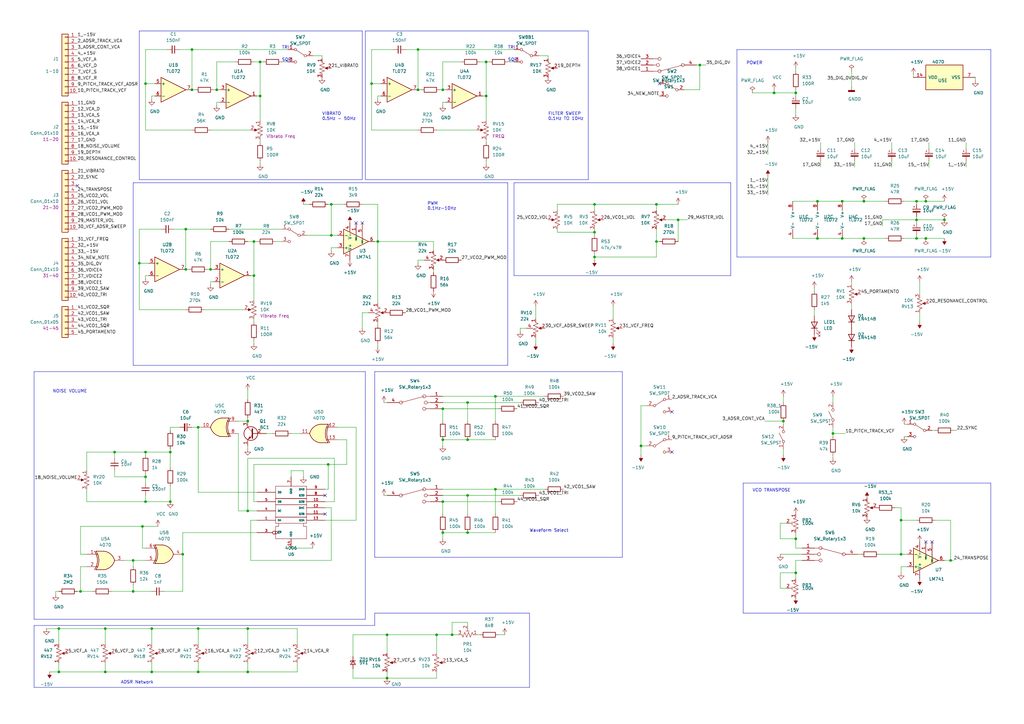
<source format=kicad_sch>
(kicad_sch (version 20230121) (generator eeschema)
  (paper "A3")
  (junction (at 243.84 83.82))
  (junction (at 101.6 209.55))
  (junction (at 179.07 260.35))
  (junction (at 57.15 107.95))
  (junction (at 101.6 172.72))
  (junction (at 321.31 172.72))
  (junction (at 369.57 227.33))
  (junction (at 59.69 205.74))
  (junction (at 59.69 195.58))
  (junction (at 152.4 34.29))
  (junction (at 62.23 275.59))
  (junction (at 58.42 215.9))
  (junction (at 33.02 242.57))
  (junction (at 46.99 185.42))
  (junction (at 203.2 200.66))
  (junction (at 104.14 99.06))
  (junction (at 243.84 95.25))
  (junction (at 345.44 82.55))
  (junction (at 54.61 242.57))
  (junction (at 326.39 38.1))
  (junction (at 203.2 162.56))
  (junction (at 62.23 257.81))
  (junction (at 104.14 113.03))
  (junction (at 86.36 110.49))
  (junction (at 345.44 97.79))
  (junction (at 379.73 97.79))
  (junction (at 181.61 167.64))
  (junction (at 191.77 165.1))
  (junction (at 78.74 20.32))
  (junction (at 354.33 82.55))
  (junction (at 78.74 36.83))
  (junction (at 341.63 177.8))
  (junction (at 375.92 90.17))
  (junction (at 101.6 275.59))
  (junction (at 243.84 105.41))
  (junction (at 69.85 185.42))
  (junction (at 158.75 260.35))
  (junction (at 74.93 227.33))
  (junction (at 185.42 260.35))
  (junction (at 375.92 82.55))
  (junction (at 269.24 99.06))
  (junction (at 88.9 36.83))
  (junction (at 171.45 36.83))
  (junction (at 181.61 218.44))
  (junction (at 387.35 90.17))
  (junction (at 181.61 180.34))
  (junction (at 59.69 34.29))
  (junction (at 181.61 205.74))
  (junction (at 101.6 257.81))
  (junction (at 81.28 275.59))
  (junction (at 24.13 275.59))
  (junction (at 43.18 275.59))
  (junction (at 81.28 175.26))
  (junction (at 154.94 99.06))
  (junction (at 135.89 83.82))
  (junction (at 369.57 213.36))
  (junction (at 278.13 90.17))
  (junction (at 158.75 278.13))
  (junction (at 389.89 229.87))
  (junction (at 375.92 97.79))
  (junction (at 81.28 257.81))
  (junction (at 326.39 220.98))
  (junction (at 69.85 205.74))
  (junction (at 199.39 39.37))
  (junction (at 354.33 97.79))
  (junction (at 199.39 25.4))
  (junction (at 76.2 110.49))
  (junction (at 106.68 25.4))
  (junction (at 379.73 82.55))
  (junction (at 335.28 97.79))
  (junction (at 317.5 38.1))
  (junction (at 43.18 257.81))
  (junction (at 262.89 182.88))
  (junction (at 135.89 96.52))
  (junction (at 191.77 180.34))
  (junction (at 54.61 229.87))
  (junction (at 335.28 82.55))
  (junction (at 326.39 234.95))
  (junction (at 181.61 36.83))
  (junction (at 134.62 190.5))
  (junction (at 59.69 185.42))
  (junction (at 269.24 83.82))
  (junction (at 191.77 203.2))
  (junction (at 76.2 93.98))
  (junction (at 106.68 39.37))
  (junction (at 171.45 20.32))
  (junction (at 24.13 257.81))
  (junction (at 287.02 26.67))
  (junction (at 191.77 218.44))
  (no_connect (at 379.73 222.25))
  (no_connect (at 133.35 203.2))
  (no_connect (at 275.59 185.42))
  (no_connect (at 146.05 91.44))
  (no_connect (at 275.59 168.91))
  (no_connect (at 148.59 91.44))
  (no_connect (at 133.35 210.82))
  (no_connect (at 31.75 76.2))
  (no_connect (at 382.27 222.25))
  (no_connect (at 270.51 34.29))
  (wire (pts (xy 181.61 205.74) (xy 181.61 210.82)))
  (wire (pts (xy 203.2 200.66) (xy 223.52 200.66)))
  (wire (pts (xy 377.19 115.57) (xy 377.19 120.65)))
  (wire (pts (xy 326.39 46.99) (xy 326.39 44.45)))
  (wire (pts (xy 336.55 58.42) (xy 336.55 60.96)))
  (wire (pts (xy 243.84 95.25) (xy 228.6 95.25)))
  (wire (pts (xy 191.77 180.34) (xy 181.61 180.34)))
  (wire (pts (xy 335.28 82.55) (xy 325.12 82.55)))
  (wire (pts (xy 85.09 110.49) (xy 86.36 110.49)))
  (wire (pts (xy 243.84 95.25) (xy 243.84 93.98)))
  (wire (pts (xy 158.75 260.35) (xy 158.75 267.97)))
  (wire (pts (xy 199.39 39.37) (xy 199.39 25.4)))
  (wire (pts (xy 22.86 243.84) (xy 22.86 242.57)))
  (wire (pts (xy 375.92 88.9) (xy 375.92 90.17)))
  (wire (pts (xy 322.58 241.3) (xy 320.04 241.3)))
  (wire (pts (xy 171.45 107.95) (xy 171.45 106.68)))
  (polyline (pts (xy 299.72 113.03) (xy 210.82 113.03)))
  (polyline (pts (xy 241.3 73.66) (xy 149.86 73.66)))
  (wire (pts (xy 341.63 177.8) (xy 341.63 175.26)))
  (polyline (pts (xy 13.97 281.94) (xy 217.17 281.94)))
  (wire (pts (xy 111.76 177.8) (xy 109.22 177.8)))
  (wire (pts (xy 157.48 165.1) (xy 158.75 165.1)))
  (wire (pts (xy 243.84 96.52) (xy 243.84 95.25)))
  (wire (pts (xy 57.15 107.95) (xy 57.15 127)))
  (wire (pts (xy 375.92 213.36) (xy 369.57 213.36)))
  (wire (pts (xy 59.69 195.58) (xy 59.69 194.31)))
  (wire (pts (xy 278.13 90.17) (xy 281.94 90.17)))
  (wire (pts (xy 132.08 22.86) (xy 132.08 24.13)))
  (wire (pts (xy 171.45 106.68) (xy 173.99 106.68)))
  (wire (pts (xy 187.96 260.35) (xy 185.42 260.35)))
  (wire (pts (xy 365.76 66.04) (xy 365.76 68.58)))
  (wire (pts (xy 198.12 39.37) (xy 199.39 39.37)))
  (wire (pts (xy 326.39 39.37) (xy 326.39 38.1)))
  (wire (pts (xy 199.39 58.42) (xy 199.39 57.15)))
  (polyline (pts (xy 153.67 228.6) (xy 153.67 152.4)))
  (wire (pts (xy 62.23 40.64) (xy 62.23 39.37)))
  (wire (pts (xy 269.24 83.82) (xy 278.13 83.82)))
  (wire (pts (xy 369.57 208.28) (xy 367.03 208.28)))
  (wire (pts (xy 179.07 267.97) (xy 179.07 260.35)))
  (wire (pts (xy 375.92 82.55) (xy 370.84 82.55)))
  (wire (pts (xy 69.85 205.74) (xy 69.85 199.39)))
  (wire (pts (xy 69.85 184.15) (xy 69.85 185.42)))
  (wire (pts (xy 90.17 36.83) (xy 88.9 36.83)))
  (polyline (pts (xy 153.67 152.4) (xy 255.27 152.4)))
  (wire (pts (xy 334.01 127) (xy 334.01 129.54)))
  (wire (pts (xy 74.93 242.57) (xy 67.31 242.57)))
  (wire (pts (xy 181.61 41.91) (xy 182.88 41.91)))
  (wire (pts (xy 33.02 215.9) (xy 33.02 227.33)))
  (wire (pts (xy 101.6 264.16) (xy 101.6 257.81)))
  (wire (pts (xy 203.2 218.44) (xy 191.77 218.44)))
  (wire (pts (xy 76.2 110.49) (xy 76.2 93.98)))
  (wire (pts (xy 320.04 234.95) (xy 326.39 234.95)))
  (wire (pts (xy 62.23 275.59) (xy 43.18 275.59)))
  (wire (pts (xy 81.28 257.81) (xy 101.6 257.81)))
  (wire (pts (xy 83.82 127) (xy 100.33 127)))
  (wire (pts (xy 154.94 39.37) (xy 156.21 39.37)))
  (wire (pts (xy 35.56 205.74) (xy 35.56 200.66)))
  (wire (pts (xy 372.11 227.33) (xy 369.57 227.33)))
  (wire (pts (xy 62.23 39.37) (xy 63.5 39.37)))
  (wire (pts (xy 350.52 58.42) (xy 350.52 60.96)))
  (wire (pts (xy 104.14 113.03) (xy 104.14 99.06)))
  (wire (pts (xy 152.4 53.34) (xy 171.45 53.34)))
  (polyline (pts (xy 406.4 198.12) (xy 406.4 251.46)))
  (wire (pts (xy 134.62 200.66) (xy 133.35 200.66)))
  (polyline (pts (xy 217.17 251.46) (xy 153.67 251.46)))
  (wire (pts (xy 81.28 175.26) (xy 81.28 201.93)))
  (wire (pts (xy 396.24 66.04) (xy 396.24 68.58)))
  (wire (pts (xy 137.16 205.74) (xy 137.16 187.96)))
  (wire (pts (xy 59.69 203.2) (xy 59.69 205.74)))
  (wire (pts (xy 142.24 180.34) (xy 138.43 180.34)))
  (wire (pts (xy 88.9 43.18) (xy 88.9 41.91)))
  (wire (pts (xy 349.25 29.21) (xy 349.25 35.56)))
  (wire (pts (xy 106.68 67.31) (xy 106.68 66.04)))
  (wire (pts (xy 45.72 242.57) (xy 54.61 242.57)))
  (wire (pts (xy 203.2 180.34) (xy 191.77 180.34)))
  (wire (pts (xy 196.85 25.4) (xy 199.39 25.4)))
  (wire (pts (xy 379.73 97.79) (xy 375.92 97.79)))
  (wire (pts (xy 135.89 101.6) (xy 138.43 101.6)))
  (wire (pts (xy 374.65 30.48) (xy 374.65 31.75)))
  (wire (pts (xy 33.02 232.41) (xy 35.56 232.41)))
  (wire (pts (xy 269.24 83.82) (xy 269.24 86.36)))
  (wire (pts (xy 220.98 22.86) (xy 224.79 22.86)))
  (wire (pts (xy 287.02 26.67) (xy 285.75 26.67)))
  (wire (pts (xy 78.74 36.83) (xy 78.74 20.32)))
  (wire (pts (xy 101.6 275.59) (xy 81.28 275.59)))
  (wire (pts (xy 59.69 113.03) (xy 60.96 113.03)))
  (wire (pts (xy 46.99 195.58) (xy 46.99 193.04)))
  (wire (pts (xy 243.84 83.82) (xy 243.84 86.36)))
  (wire (pts (xy 62.23 264.16) (xy 62.23 257.81)))
  (wire (pts (xy 204.47 205.74) (xy 181.61 205.74)))
  (wire (pts (xy 345.44 97.79) (xy 335.28 97.79)))
  (wire (pts (xy 199.39 25.4) (xy 200.66 25.4)))
  (wire (pts (xy 179.07 53.34) (xy 195.58 53.34)))
  (polyline (pts (xy 406.4 20.32) (xy 406.4 105.41)))
  (wire (pts (xy 104.14 99.06) (xy 105.41 99.06)))
  (wire (pts (xy 33.02 242.57) (xy 33.02 232.41)))
  (wire (pts (xy 369.57 234.95) (xy 369.57 232.41)))
  (wire (pts (xy 269.24 105.41) (xy 269.24 99.06)))
  (polyline (pts (xy 299.72 74.93) (xy 299.72 113.03)))
  (wire (pts (xy 346.71 177.8) (xy 341.63 177.8)))
  (wire (pts (xy 326.39 29.21) (xy 326.39 27.94)))
  (wire (pts (xy 320.04 214.63) (xy 320.04 220.98)))
  (wire (pts (xy 370.84 173.99) (xy 372.11 173.99)))
  (wire (pts (xy 365.76 58.42) (xy 365.76 60.96)))
  (wire (pts (xy 106.68 39.37) (xy 106.68 25.4)))
  (wire (pts (xy 203.2 162.56) (xy 223.52 162.56)))
  (wire (pts (xy 78.74 175.26) (xy 81.28 175.26)))
  (wire (pts (xy 262.89 166.37) (xy 265.43 166.37)))
  (wire (pts (xy 50.8 229.87) (xy 54.61 229.87)))
  (wire (pts (xy 148.59 134.62) (xy 148.59 128.27)))
  (wire (pts (xy 86.36 116.84) (xy 86.36 115.57)))
  (wire (pts (xy 262.89 186.69) (xy 262.89 182.88)))
  (wire (pts (xy 228.6 83.82) (xy 243.84 83.82)))
  (wire (pts (xy 321.31 162.56) (xy 321.31 165.1)))
  (wire (pts (xy 88.9 36.83) (xy 88.9 25.4)))
  (wire (pts (xy 185.42 260.35) (xy 185.42 255.27)))
  (polyline (pts (xy 406.4 251.46) (xy 304.8 251.46)))
  (polyline (pts (xy 241.3 12.7) (xy 241.3 73.66)))
  (wire (pts (xy 383.54 213.36) (xy 389.89 213.36)))
  (wire (pts (xy 377.19 128.27) (xy 377.19 132.08)))
  (wire (pts (xy 81.28 201.93) (xy 105.41 201.93)))
  (wire (pts (xy 121.92 271.78) (xy 121.92 275.59)))
  (wire (pts (xy 181.61 43.18) (xy 181.61 41.91)))
  (wire (pts (xy 93.98 93.98) (xy 115.57 93.98)))
  (wire (pts (xy 199.39 67.31) (xy 199.39 66.04)))
  (wire (pts (xy 59.69 114.3) (xy 59.69 113.03)))
  (wire (pts (xy 24.13 275.59) (xy 24.13 271.78)))
  (wire (pts (xy 69.85 175.26) (xy 69.85 176.53)))
  (wire (pts (xy 391.16 229.87) (xy 389.89 229.87)))
  (polyline (pts (xy 57.15 12.7) (xy 57.15 73.66)))
  (polyline (pts (xy 148.59 12.7) (xy 148.59 73.66)))
  (wire (pts (xy 78.74 20.32) (xy 118.11 20.32)))
  (polyline (pts (xy 208.28 74.93) (xy 208.28 149.86)))
  (wire (pts (xy 181.61 200.66) (xy 203.2 200.66)))
  (wire (pts (xy 54.61 232.41) (xy 54.61 229.87)))
  (wire (pts (xy 134.62 190.5) (xy 104.14 190.5)))
  (wire (pts (xy 154.94 40.64) (xy 154.94 39.37)))
  (polyline (pts (xy 149.86 254) (xy 13.97 254)))
  (wire (pts (xy 179.07 278.13) (xy 179.07 275.59)))
  (polyline (pts (xy 57.15 12.7) (xy 148.59 12.7)))
  (wire (pts (xy 381 58.42) (xy 381 60.96)))
  (wire (pts (xy 101.6 171.45) (xy 101.6 172.72)))
  (wire (pts (xy 219.71 130.81) (xy 219.71 125.73)))
  (wire (pts (xy 389.89 229.87) (xy 387.35 229.87)))
  (wire (pts (xy 369.57 227.33) (xy 369.57 213.36)))
  (wire (pts (xy 102.87 113.03) (xy 104.14 113.03)))
  (wire (pts (xy 326.39 237.49) (xy 326.39 234.95)))
  (wire (pts (xy 115.57 25.4) (xy 118.11 25.4)))
  (wire (pts (xy 104.14 25.4) (xy 106.68 25.4)))
  (wire (pts (xy 191.77 210.82) (xy 191.77 203.2)))
  (wire (pts (xy 181.61 162.56) (xy 203.2 162.56)))
  (wire (pts (xy 320.04 227.33) (xy 328.93 227.33)))
  (wire (pts (xy 392.43 176.53) (xy 391.16 176.53)))
  (wire (pts (xy 171.45 20.32) (xy 210.82 20.32)))
  (wire (pts (xy 68.58 20.32) (xy 59.69 20.32)))
  (wire (pts (xy 144.78 260.35) (xy 144.78 269.24)))
  (wire (pts (xy 251.46 140.97) (xy 251.46 138.43)))
  (wire (pts (xy 383.54 176.53) (xy 382.27 176.53)))
  (wire (pts (xy 219.71 140.97) (xy 219.71 138.43)))
  (wire (pts (xy 326.39 220.98) (xy 326.39 218.44)))
  (wire (pts (xy 152.4 34.29) (xy 156.21 34.29)))
  (wire (pts (xy 228.6 95.25) (xy 228.6 93.98)))
  (wire (pts (xy 104.14 123.19) (xy 104.14 113.03)))
  (wire (pts (xy 308.61 38.1) (xy 317.5 38.1)))
  (wire (pts (xy 88.9 25.4) (xy 96.52 25.4)))
  (wire (pts (xy 326.39 38.1) (xy 326.39 36.83)))
  (wire (pts (xy 106.68 25.4) (xy 107.95 25.4)))
  (wire (pts (xy 154.94 99.06) (xy 177.8 99.06)))
  (wire (pts (xy 270.51 99.06) (xy 269.24 99.06)))
  (wire (pts (xy 158.75 260.35) (xy 179.07 260.35)))
  (wire (pts (xy 375.92 90.17) (xy 375.92 91.44)))
  (polyline (pts (xy 149.86 12.7) (xy 241.3 12.7)))
  (wire (pts (xy 203.2 172.72) (xy 203.2 162.56)))
  (polyline (pts (xy 13.97 281.94) (xy 13.97 256.54)))
  (wire (pts (xy 341.63 187.96) (xy 341.63 186.69)))
  (wire (pts (xy 387.35 82.55) (xy 379.73 82.55)))
  (wire (pts (xy 74.93 227.33) (xy 74.93 242.57)))
  (wire (pts (xy 74.93 227.33) (xy 74.93 218.44)))
  (wire (pts (xy 142.24 190.5) (xy 142.24 180.34)))
  (wire (pts (xy 35.56 185.42) (xy 35.56 193.04)))
  (wire (pts (xy 135.89 102.87) (xy 135.89 101.6)))
  (wire (pts (xy 58.42 215.9) (xy 58.42 224.79)))
  (wire (pts (xy 320.04 220.98) (xy 326.39 220.98)))
  (wire (pts (xy 360.68 227.33) (xy 369.57 227.33)))
  (wire (pts (xy 228.6 86.36) (xy 228.6 83.82)))
  (wire (pts (xy 86.36 53.34) (xy 102.87 53.34)))
  (wire (pts (xy 269.24 99.06) (xy 269.24 93.98)))
  (wire (pts (xy 74.93 218.44) (xy 105.41 218.44)))
  (wire (pts (xy 243.84 105.41) (xy 243.84 104.14)))
  (wire (pts (xy 135.89 229.87) (xy 102.87 229.87)))
  (wire (pts (xy 86.36 115.57) (xy 87.63 115.57)))
  (wire (pts (xy 363.22 82.55) (xy 354.33 82.55)))
  (wire (pts (xy 144.78 278.13) (xy 158.75 278.13)))
  (wire (pts (xy 191.77 203.2) (xy 213.36 203.2)))
  (wire (pts (xy 321.31 186.69) (xy 321.31 184.15)))
  (wire (pts (xy 157.48 203.2) (xy 158.75 203.2)))
  (wire (pts (xy 59.69 205.74) (xy 35.56 205.74)))
  (wire (pts (xy 243.84 105.41) (xy 269.24 105.41)))
  (wire (pts (xy 326.39 224.79) (xy 326.39 220.98)))
  (wire (pts (xy 54.61 242.57) (xy 62.23 242.57)))
  (polyline (pts (xy 304.8 198.12) (xy 406.4 198.12)))
  (wire (pts (xy 148.59 128.27) (xy 151.13 128.27)))
  (wire (pts (xy 81.28 275.59) (xy 62.23 275.59)))
  (wire (pts (xy 101.6 209.55) (xy 105.41 209.55)))
  (wire (pts (xy 375.92 83.82) (xy 375.92 82.55)))
  (wire (pts (xy 62.23 257.81) (xy 81.28 257.81)))
  (wire (pts (xy 278.13 90.17) (xy 273.05 90.17)))
  (wire (pts (xy 87.63 110.49) (xy 86.36 110.49)))
  (wire (pts (xy 204.47 260.35) (xy 207.01 260.35)))
  (wire (pts (xy 335.28 97.79) (xy 325.12 97.79)))
  (wire (pts (xy 317.5 38.1) (xy 326.39 38.1)))
  (wire (pts (xy 101.6 187.96) (xy 101.6 209.55)))
  (wire (pts (xy 87.63 36.83) (xy 88.9 36.83)))
  (wire (pts (xy 127 83.82) (xy 124.46 83.82)))
  (wire (pts (xy 345.44 82.55) (xy 335.28 82.55)))
  (polyline (pts (xy 54.61 149.86) (xy 54.61 74.93)))
  (wire (pts (xy 191.77 165.1) (xy 213.36 165.1)))
  (polyline (pts (xy 255.27 228.6) (xy 153.67 228.6)))
  (wire (pts (xy 81.28 275.59) (xy 81.28 271.78)))
  (wire (pts (xy 199.39 49.53) (xy 199.39 39.37)))
  (wire (pts (xy 379.73 82.55) (xy 375.92 82.55)))
  (wire (pts (xy 24.13 275.59) (xy 20.32 275.59)))
  (polyline (pts (xy 217.17 281.94) (xy 217.17 251.46)))
  (wire (pts (xy 133.35 205.74) (xy 137.16 205.74)))
  (wire (pts (xy 58.42 215.9) (xy 64.77 215.9)))
  (wire (pts (xy 213.36 135.89) (xy 213.36 134.62)))
  (wire (pts (xy 101.6 172.72) (xy 97.79 172.72)))
  (wire (pts (xy 71.12 93.98) (xy 76.2 93.98)))
  (wire (pts (xy 140.97 83.82) (xy 135.89 83.82)))
  (wire (pts (xy 134.62 190.5) (xy 134.62 200.66)))
  (wire (pts (xy 59.69 205.74) (xy 69.85 205.74)))
  (wire (pts (xy 349.25 124.46) (xy 349.25 127)))
  (wire (pts (xy 321.31 172.72) (xy 321.31 173.99)))
  (wire (pts (xy 19.05 257.81) (xy 24.13 257.81)))
  (wire (pts (xy 59.69 20.32) (xy 59.69 34.29)))
  (wire (pts (xy 203.2 210.82) (xy 203.2 200.66)))
  (wire (pts (xy 59.69 34.29) (xy 59.69 53.34)))
  (wire (pts (xy 101.6 160.02) (xy 101.6 163.83)))
  (wire (pts (xy 73.66 20.32) (xy 78.74 20.32)))
  (wire (pts (xy 124.46 195.58) (xy 124.46 193.04)))
  (wire (pts (xy 135.89 208.28) (xy 135.89 229.87)))
  (wire (pts (xy 104.14 140.97) (xy 104.14 139.7)))
  (wire (pts (xy 62.23 275.59) (xy 62.23 271.78)))
  (wire (pts (xy 133.35 208.28) (xy 135.89 208.28)))
  (polyline (pts (xy 149.86 152.4) (xy 149.86 254)))
  (wire (pts (xy 33.02 227.33) (xy 35.56 227.33)))
  (wire (pts (xy 58.42 224.79) (xy 59.69 224.79)))
  (wire (pts (xy 43.18 264.16) (xy 43.18 257.81)))
  (wire (pts (xy 59.69 195.58) (xy 46.99 195.58)))
  (wire (pts (xy 97.79 209.55) (xy 101.6 209.55)))
  (wire (pts (xy 57.15 93.98) (xy 57.15 107.95)))
  (wire (pts (xy 314.96 58.42) (xy 314.96 63.5)))
  (polyline (pts (xy 302.26 20.32) (xy 406.4 20.32)))
  (wire (pts (xy 58.42 215.9) (xy 33.02 215.9)))
  (wire (pts (xy 381 66.04) (xy 381 68.58)))
  (wire (pts (xy 128.27 224.79) (xy 119.38 224.79)))
  (wire (pts (xy 387.35 97.79) (xy 379.73 97.79)))
  (wire (pts (xy 313.69 172.72) (xy 321.31 172.72)))
  (wire (pts (xy 86.36 99.06) (xy 93.98 99.06)))
  (wire (pts (xy 179.07 260.35) (xy 185.42 260.35)))
  (wire (pts (xy 43.18 257.81) (xy 62.23 257.81)))
  (wire (pts (xy 181.61 167.64) (xy 181.61 172.72)))
  (wire (pts (xy 105.41 39.37) (xy 106.68 39.37)))
  (wire (pts (xy 171.45 36.83) (xy 171.45 20.32)))
  (wire (pts (xy 158.75 275.59) (xy 158.75 278.13)))
  (wire (pts (xy 191.77 165.1) (xy 181.61 165.1)))
  (wire (pts (xy 280.67 36.83) (xy 287.02 36.83)))
  (wire (pts (xy 66.04 93.98) (xy 57.15 93.98)))
  (wire (pts (xy 243.84 83.82) (xy 269.24 83.82)))
  (wire (pts (xy 97.79 177.8) (xy 97.79 209.55)))
  (wire (pts (xy 182.88 36.83) (xy 181.61 36.83)))
  (wire (pts (xy 22.86 242.57) (xy 24.13 242.57)))
  (wire (pts (xy 361.95 90.17) (xy 375.92 90.17)))
  (wire (pts (xy 251.46 130.81) (xy 251.46 125.73)))
  (wire (pts (xy 154.94 124.46) (xy 154.94 99.06)))
  (wire (pts (xy 43.18 275.59) (xy 24.13 275.59)))
  (wire (pts (xy 341.63 179.07) (xy 341.63 177.8)))
  (wire (pts (xy 137.16 187.96) (xy 101.6 187.96)))
  (wire (pts (xy 102.87 213.36) (xy 105.41 213.36)))
  (wire (pts (xy 166.37 20.32) (xy 171.45 20.32)))
  (wire (pts (xy 262.89 182.88) (xy 262.89 166.37)))
  (wire (pts (xy 24.13 257.81) (xy 43.18 257.81)))
  (wire (pts (xy 81.28 175.26) (xy 82.55 175.26)))
  (wire (pts (xy 38.1 242.57) (xy 33.02 242.57)))
  (wire (pts (xy 350.52 66.04) (xy 350.52 68.58)))
  (wire (pts (xy 86.36 110.49) (xy 86.36 99.06)))
  (wire (pts (xy 81.28 257.81) (xy 81.28 264.16)))
  (wire (pts (xy 361.95 92.71) (xy 361.95 90.17)))
  (wire (pts (xy 177.8 102.87) (xy 177.8 99.06)))
  (polyline (pts (xy 149.86 12.7) (xy 149.86 73.66)))
  (wire (pts (xy 128.27 22.86) (xy 132.08 22.86)))
  (wire (pts (xy 59.69 53.34) (xy 78.74 53.34)))
  (wire (pts (xy 396.24 58.42) (xy 396.24 60.96)))
  (wire (pts (xy 191.77 203.2) (xy 181.61 203.2)))
  (wire (pts (xy 104.14 190.5) (xy 104.14 205.74)))
  (wire (pts (xy 57.15 107.95) (xy 60.96 107.95)))
  (wire (pts (xy 59.69 185.42) (xy 69.85 185.42)))
  (wire (pts (xy 287.02 36.83) (xy 287.02 26.67)))
  (wire (pts (xy 31.75 242.57) (xy 33.02 242.57)))
  (wire (pts (xy 46.99 187.96) (xy 46.99 185.42)))
  (wire (pts (xy 54.61 229.87) (xy 59.69 229.87)))
  (wire (pts (xy 101.6 184.15) (xy 101.6 182.88)))
  (wire (pts (xy 59.69 198.12) (xy 59.69 195.58)))
  (polyline (pts (xy 153.67 251.46) (xy 153.67 256.54)))
  (wire (pts (xy 278.13 99.06) (xy 278.13 90.17)))
  (wire (pts (xy 124.46 193.04) (xy 119.38 193.04)))
  (wire (pts (xy 180.34 36.83) (xy 181.61 36.83)))
  (polyline (pts (xy 148.59 73.66) (xy 57.15 73.66)))
  (wire (pts (xy 46.99 185.42) (xy 59.69 185.42)))
  (wire (pts (xy 322.58 214.63) (xy 320.04 214.63)))
  (wire (pts (xy 125.73 96.52) (xy 135.89 96.52)))
  (wire (pts (xy 320.04 241.3) (xy 320.04 234.95)))
  (polyline (pts (xy 302.26 105.41) (xy 302.26 20.32)))
  (polyline (pts (xy 54.61 74.93) (xy 208.28 74.93)))
  (wire (pts (xy 369.57 213.36) (xy 369.57 208.28)))
  (wire (pts (xy 363.22 97.79) (xy 354.33 97.79)))
  (wire (pts (xy 369.57 232.41) (xy 372.11 232.41)))
  (wire (pts (xy 123.19 177.8) (xy 119.38 177.8)))
  (wire (pts (xy 101.6 271.78) (xy 101.6 275.59)))
  (wire (pts (xy 46.99 185.42) (xy 35.56 185.42)))
  (wire (pts (xy 152.4 20.32) (xy 152.4 34.29)))
  (wire (pts (xy 177.8 111.76) (xy 177.8 110.49)))
  (polyline (pts (xy 13.97 254) (xy 13.97 152.4)))
  (wire (pts (xy 88.9 41.91) (xy 90.17 41.91)))
  (wire (pts (xy 334.01 119.38) (xy 334.01 118.11)))
  (wire (pts (xy 135.89 83.82) (xy 135.89 96.52)))
  (wire (pts (xy 154.94 83.82) (xy 148.59 83.82)))
  (wire (pts (xy 191.77 255.27) (xy 191.77 256.54)))
  (wire (pts (xy 158.75 278.13) (xy 179.07 278.13)))
  (wire (pts (xy 154.94 99.06) (xy 154.94 83.82)))
  (wire (pts (xy 24.13 264.16) (xy 24.13 257.81)))
  (wire (pts (xy 105.41 205.74) (xy 104.14 205.74)))
  (wire (pts (xy 104.14 132.08) (xy 104.14 130.81)))
  (wire (pts (xy 191.77 172.72) (xy 191.77 165.1)))
  (wire (pts (xy 387.35 90.17) (xy 375.92 90.17)))
  (wire (pts (xy 262.89 182.88) (xy 265.43 182.88)))
  (wire (pts (xy 224.79 22.86) (xy 224.79 24.13)))
  (wire (pts (xy 181.61 36.83) (xy 181.61 25.4)))
  (wire (pts (xy 121.92 275.59) (xy 101.6 275.59)))
  (wire (pts (xy 76.2 93.98) (xy 86.36 93.98)))
  (wire (pts (xy 154.94 133.35) (xy 154.94 132.08)))
  (wire (pts (xy 204.47 167.64) (xy 181.61 167.64)))
  (wire (pts (xy 326.39 234.95) (xy 326.39 229.87)))
  (wire (pts (xy 144.78 274.32) (xy 144.78 278.13)))
  (wire (pts (xy 57.15 127) (xy 76.2 127)))
  (wire (pts (xy 354.33 82.55) (xy 345.44 82.55)))
  (polyline (pts (xy 54.61 149.86) (xy 208.28 149.86)))
  (wire (pts (xy 353.06 227.33) (xy 351.79 227.33)))
  (polyline (pts (xy 304.8 251.46) (xy 304.8 198.12)))
  (wire (pts (xy 243.84 106.68) (xy 243.84 105.41)))
  (wire (pts (xy 77.47 110.49) (xy 76.2 110.49)))
  (wire (pts (xy 152.4 34.29) (xy 152.4 53.34)))
  (wire (pts (xy 144.78 260.35) (xy 158.75 260.35)))
  (wire (pts (xy 341.63 162.56) (xy 341.63 165.1)))
  (wire (pts (xy 370.84 179.07) (xy 372.11 179.07)))
  (polyline (pts (xy 406.4 105.41) (xy 302.26 105.41)))
  (wire (pts (xy 59.69 34.29) (xy 63.5 34.29)))
  (wire (pts (xy 101.6 99.06) (xy 104.14 99.06)))
  (wire (pts (xy 354.33 97.79) (xy 345.44 97.79)))
  (wire (pts (xy 317.5 36.83) (xy 317.5 38.1)))
  (polyline (pts (xy 13.97 256.54) (xy 153.67 256.54)))
  (wire (pts (xy 80.01 36.83) (xy 78.74 36.83)))
  (wire (pts (xy 213.36 134.62) (xy 215.9 134.62)))
  (wire (pts (xy 389.89 213.36) (xy 389.89 229.87)))
  (wire (pts (xy 349.25 116.84) (xy 349.25 115.57)))
  (wire (pts (xy 113.03 99.06) (xy 115.57 99.06)))
  (wire (pts (xy 287.02 26.67) (xy 289.56 26.67)))
  (wire (pts (xy 119.38 193.04) (xy 119.38 195.58)))
  (wire (pts (xy 400.05 33.02) (xy 400.05 31.75)))
  (polyline (pts (xy 13.97 152.4) (xy 149.86 152.4)))
  (wire (pts (xy 106.68 58.42) (xy 106.68 57.15)))
  (wire (pts (xy 133.35 213.36) (xy 146.05 213.36)))
  (wire (pts (xy 196.85 260.35) (xy 195.58 260.35)))
  (wire (pts (xy 326.39 229.87) (xy 328.93 229.87)))
  (wire (pts (xy 146.05 175.26) (xy 138.43 175.26)))
  (wire (pts (xy 43.18 275.59) (xy 43.18 271.78)))
  (wire (pts (xy 328.93 224.79) (xy 326.39 224.79)))
  (wire (pts (xy 134.62 190.5) (xy 142.24 190.5)))
  (wire (pts (xy 121.92 257.81) (xy 121.92 264.16)))
  (wire (pts (xy 185.42 255.27) (xy 191.77 255.27)))
  (wire (pts (xy 102.87 229.87) (xy 102.87 213.36)))
  (wire (pts (xy 314.96 72.39) (xy 314.96 80.01)))
  (wire (pts (xy 181.61 25.4) (xy 189.23 25.4)))
  (wire (pts (xy 59.69 185.42) (xy 59.69 186.69)))
  (wire (pts (xy 106.68 49.53) (xy 106.68 39.37)))
  (wire (pts (xy 181.61 182.88) (xy 181.61 180.34)))
  (wire (pts (xy 375.92 97.79) (xy 370.84 97.79)))
  (wire (pts (xy 181.61 220.98) (xy 181.61 218.44)))
  (wire (pts (xy 135.89 96.52) (xy 138.43 96.52)))
  (polyline (pts (xy 210.82 74.93) (xy 299.72 74.93)))
  (wire (pts (xy 154.94 142.24) (xy 154.94 140.97)))
  (wire (pts (xy 336.55 66.04) (xy 336.55 68.58)))
  (wire (pts (xy 153.67 99.06) (xy 154.94 99.06)))
  (wire (pts (xy 161.29 20.32) (xy 152.4 20.32)))
  (wire (pts (xy 146.05 213.36) (xy 146.05 175.26)))
  (wire (pts (xy 101.6 257.81) (xy 121.92 257.81)))
  (wire (pts (xy 191.77 218.44) (xy 181.61 218.44)))
  (wire (pts (xy 135.89 83.82) (xy 134.62 83.82)))
  (wire (pts (xy 69.85 191.77) (xy 69.85 185.42)))
  (wire (pts (xy 172.72 36.83) (xy 171.45 36.83)))
  (polyline (pts (xy 210.82 113.03) (xy 210.82 74.93)))
  (wire (pts (xy 54.61 242.57) (xy 54.61 240.03)))
  (wire (pts (xy 73.66 175.26) (xy 69.85 175.26)))
  (polyline (pts (xy 255.27 152.4) (xy 255.27 228.6)))
  (wire (pts (xy 208.28 25.4) (xy 210.82 25.4)))
  (wire (pts (xy 375.92 96.52) (xy 375.92 97.79)))
  (text "SQR" (at 208.28 25.4 0) (effects (font (size 1.27 1.27)) (justify left bottom)))
  (text "TRI" (at 208.28 20.32 0) (effects (font (size 1.27 1.27)) (justify left bottom)))
  (text "POWER" (at 306.07 26.67 0) (effects (font (size 1.27 1.27)) (justify left bottom)))
  (text "SQR" (at 115.57 25.4 0) (effects (font (size 1.27 1.27)) (justify left bottom)))
  (text "PWM\n0.1Hz-10Hz" (at 175.26 86.36 0) (effects (font (size 1.27 1.27)) (justify left bottom)))
  (text "Waveform Select" (at 217.17 218.44 0) (effects (font (size 1.27 1.27)) (justify left bottom)))
  (text "VIBRATO\n0.5Hz - 50Hz" (at 132.08 49.53 0) (effects (font (size 1.27 1.27)) (justify left bottom)))
  (text "ADSR Network" (at 49.53 280.67 0) (effects (font (size 1.27 1.27)) (justify left bottom)))
  (text "VCO TRANSPOSE" (at 308.61 201.93 0) (effects (font (size 1.27 1.27)) (justify left bottom)))
  (text "NOISE VOLUME" (at 21.59 161.29 0) (effects (font (size 1.27 1.27)) (justify left bottom)))
  (text "TRI" (at 115.57 20.32 0) (effects (font (size 1.27 1.27)) (justify left bottom)))
  (text "FILTER SWEEP\n0.1Hz TO 10Hz" (at 224.79 49.53 0) (effects (font (size 1.27 1.27)) (justify left bottom)))
  (label "6_VCF_D" (at 46.99 267.97 0))
  (label "13_VCA_S" (at 31.75 48.26 0))
  (label "1_-15V" (at 31.75 15.24 0))
  (label "30_VCF_ADSR_SWEEP" (at 223.52 134.62 0))
  (label "12_VCA_D" (at 105.41 267.97 0))
  (label "15_-15V" (at 314.96 77.47 180))
  (label "45_PORTAMENTO" (at 353.06 120.65 0))
  (label "19_DEPTH" (at 31.75 63.5 0))
  (label "33_-15V" (at 31.75 104.14 0))
  (label "5_VCF_A" (at 27.94 267.97 0))
  (label "40_VCO2_TRI" (at 220.98 165.1 0))
  (label "24_TRANSPOSE" (at 31.75 78.74 0))
  (label "25_VCO2_VOL" (at 224.79 90.17 180))
  (label "30_VCF_ADSR_SWEEP" (at 31.75 93.98 0))
  (label "5_VCF_A" (at 31.75 25.4 0))
  (label "11_GND" (at 31.75 43.18 0))
  (label "34_NEW_NOTE" (at 270.51 39.37 180))
  (label "27_VCO2_PWM_MOD" (at 189.23 106.68 0))
  (label "35_DIG_0V" (at 31.75 109.22 0))
  (label "22_SYNC" (at 392.43 176.53 0))
  (label "15_-15V" (at 31.75 53.34 0))
  (label "8_VCF_R" (at 66.04 267.97 0))
  (label "41_VCO2_SQR" (at 212.09 167.64 0))
  (label "15_-15V" (at 381 68.58 180))
  (label "2_ADSR_TRACK_VCA" (at 275.59 163.83 0))
  (label "39_VCO2_SAW" (at 231.14 162.56 0))
  (label "21_VIBRATO" (at 135.89 27.94 0))
  (label "18_NOISE_VOLUME" (at 31.75 196.85 180))
  (label "20_RESONANCE_CONTROL" (at 381 124.46 0))
  (label "26_VCO1_VOL" (at 247.65 90.17 0))
  (label "35_DIG_0V" (at 289.56 26.67 0))
  (label "11_GND" (at 396.24 58.42 180))
  (label "16_VCA_A" (at 85.09 267.97 0))
  (label "42_VCO1_SAW" (at 231.14 200.66 0))
  (label "19_DEPTH" (at 228.6 27.94 0))
  (label "38_VOICE1" (at 31.75 116.84 0))
  (label "40_VCO2_TRI" (at 31.75 121.92 0))
  (label "17_GND" (at 381 58.42 180))
  (label "20_RESONANCE_CONTROL" (at 31.75 66.04 0))
  (label "29_MASTER_VOL" (at 31.75 91.44 0))
  (label "42_VCO1_SAW" (at 31.75 129.54 0))
  (label "38_VOICE1" (at 262.89 29.21 180))
  (label "36_VOICE4" (at 262.89 24.13 180))
  (label "37_VOICE2" (at 262.89 26.67 180))
  (label "12_VCA_D" (at 31.75 45.72 0))
  (label "1_-15V" (at 396.24 68.58 180))
  (label "11_GND" (at 365.76 68.58 180))
  (label "37_VOICE2" (at 31.75 114.3 0))
  (label "26_VCO1_VOL" (at 31.75 83.82 0))
  (label "29_MASTER_VOL" (at 281.94 90.17 0))
  (label "11_GND" (at 361.95 90.17 180))
  (label "18_NOISE_VOLUME" (at 31.75 60.96 0))
  (label "32_+15V" (at 314.96 63.5 180))
  (label "21_VIBRATO" (at 31.75 71.12 0))
  (label "7_VCF_S" (at 162.56 271.78 0))
  (label "3_ADSR_CONT_VCA" (at 31.75 20.32 0))
  (label "17_GND" (at 336.55 68.58 180))
  (label "6_VCF_D" (at 31.75 27.94 0))
  (label "2_ADSR_TRACK_VCA" (at 31.75 17.78 0))
  (label "45_PORTAMENTO" (at 31.75 137.16 0))
  (label "10_PITCH_TRACK_VCF" (at 346.71 177.8 0))
  (label "16_VCA_A" (at 31.75 55.88 0))
  (label "14_VCA_R" (at 31.75 50.8 0))
  (label "22_SYNC" (at 31.75 73.66 0))
  (label "9_PITCH_TRACK_VCF_ADSR" (at 275.59 180.34 0))
  (label "34_NEW_NOTE" (at 31.75 106.68 0))
  (label "28_VCO1_PWM_MOD" (at 166.37 128.27 0))
  (label "31_VCF_FREQ" (at 255.27 134.62 0))
  (label "10_PITCH_TRACK_VCF" (at 31.75 38.1 0))
  (label "44_VCO1_SQR" (at 31.75 134.62 0))
  (label "32_+15V" (at 336.55 58.42 180))
  (label "43_VCO1_TRI" (at 31.75 132.08 0))
  (label "31_VCF_FREQ" (at 31.75 99.06 0))
  (label "3_ADSR_CONT_VCA" (at 313.69 172.72 180))
  (label "41_VCO2_SQR" (at 31.75 127 0))
  (label "1_-15V" (at 314.96 74.93 180))
  (label "8_VCF_R" (at 31.75 33.02 0))
  (label "4_+15V" (at 31.75 22.86 0))
  (label "4_+15V" (at 314.96 60.96 180))
  (label "43_VCO1_TRI" (at 220.98 203.2 0))
  (label "14_VCA_R" (at 125.73 267.97 0))
  (label "36_VOICE4" (at 31.75 111.76 0))
  (label "9_PITCH_TRACK_VCF_ADSR" (at 31.75 35.56 0))
  (label "27_VCO2_PWM_MOD" (at 31.75 86.36 0))
  (label "DIG_0V" (at 349.25 33.02 0))
  (label "33_-15V" (at 314.96 80.01 180))
  (label "32_+15V" (at 31.75 101.6 0))
  (label "44_VCO1_SQR" (at 212.09 205.74 0))
  (label "25_VCO2_VOL" (at 31.75 81.28 0))
  (label "7_VCF_S" (at 31.75 30.48 0))
  (label "4_+15V" (at 365.76 58.42 180))
  (label "33_-15V" (at 350.52 68.58 180))
  (label "17_GND" (at 31.75 58.42 0))
  (label "17_GND" (at 361.95 92.71 180))
  (label "24_TRANSPOSE" (at 391.16 229.87 0))
  (label "35_DIG_0V" (at 349.25 33.02 180))
  (label "13_VCA_S" (at 182.88 271.78 0))
  (label "28_VCO1_PWM_MOD" (at 31.75 88.9 0))
  (label "17_GND" (at 350.52 58.42 180))
  (label "39_VCO2_SAW" (at 31.75 119.38 0))
  (symbol (lib_id "power:+15V") (at 128.27 224.79 0) (unit 1)
    (property "Reference" "#PWR0170" (effects hide))
    (property "Value" "+15V" (at 129.54 219.71 0))
  )
  (symbol (lib_id "power:GND") (at 124.46 195.58 0) (unit 1)
    (property "Reference" "#PWR0171" (effects hide))
    (property "Value" "GND" (at 127 195.58 0) (effects (justify left)))
  )
  (symbol (lib_id "P5:R_POT_US_TAPPED") (at 154.94 128.27 0) (unit 1)
    (property "Reference" "RV2" (at 148.59 121.92 0) (effects (justify left)))
    (property "Value" "22k" (at 148.59 124.46 0) (effects (justify left)))
    (property "Footprint" "P5:Potentiometer_Omeg_PC16BU_Vertical_Tapped" (effects hide))
  )
  (symbol (lib_id "P5:R_POT_US_TAPPED") (at 219.71 134.62 0) (unit 1)
    (property "Reference" "RV10" (at 213.36 128.27 0) (effects (justify left)))
    (property "Value" "22k" (at 213.36 130.81 0) (effects (justify left)))
    (property "Footprint" "P5:Potentiometer_Omeg_PC16BU_Vertical_Tapped" (effects hide))
  )
  (symbol (lib_id "power:+15V") (at 374.65 30.48 0) (unit 1)
    (property "Reference" "#PWR0172" (effects hide))
    (property "Value" "+15V" (at 375.92 25.4 0))
  )
  (symbol (lib_id "power:GND") (at 400.05 33.02 0) (unit 1)
    (property "Reference" "#PWR0130" (effects hide))
    (property "Value" "GND" (at 401.32 38.1 0))
  )
  (symbol (lib_id "power:GND") (at 326.39 46.99 0) (unit 1)
    (property "Reference" "#PWR0173" (effects hide))
    (property "Value" "GND" (at 327.66 52.07 0))
  )
  (symbol (lib_id "power:PWR_FLAG") (at 354.33 82.55 0) (unit 1)
    (property "Reference" "#FLG0106" (effects hide))
    (property "Value" "PWR_FLAG" (at 354.33 77.47 0))
  )
  (symbol (lib_id "power:PWR_FLAG") (at 354.33 97.79 180) (unit 1)
    (property "Reference" "#FLG0107" (effects hide))
    (property "Value" "PWR_FLAG" (at 354.33 102.87 0))
  )
  (symbol (lib_id "Amplifier_Operational:TL072") (at 332.74 90.17 0) (mirror y) (unit 3)
    (property "Reference" "U2" (at 337.82 88.9 0) (effects (justify right)))
    (property "Value" "TL072" (at 337.82 90.17 0) (effects (justify right)))
    (property "Footprint" "Package_DIP:DIP-8_W7.62mm_LongPads" (effects hide))
    (property "Datasheet" "http://www.ti.com/lit/ds/symlink/tl071.pdf" (effects hide))
  )
  (symbol (lib_id "Amplifier_Operational:TL072") (at 97.79 39.37 0) (unit 1)
    (property "Reference" "U1" (at 97.79 29.21 0))
    (property "Value" "TL072" (at 97.79 31.75 0))
    (property "Footprint" "Package_DIP:DIP-8_W7.62mm_LongPads" (effects hide))
    (property "Datasheet" "http://www.ti.com/lit/ds/symlink/tl071.pdf" (effects hide))
  )
  (symbol (lib_id "Amplifier_Operational:TL072") (at 71.12 36.83 0) (unit 2)
    (property "Reference" "U1" (at 71.12 26.67 0))
    (property "Value" "TL072" (at 71.12 29.21 0))
    (property "Footprint" "Package_DIP:DIP-8_W7.62mm_LongPads" (effects hide))
    (property "Datasheet" "http://www.ti.com/lit/ds/symlink/tl071.pdf" (effects hide))
  )
  (symbol (lib_id "Amplifier_Operational:TL072") (at 327.66 90.17 0) (unit 3)
    (property "Reference" "U1" (at 327.66 88.9 0) (effects (justify left)))
    (property "Value" "TL072" (at 327.66 90.17 0) (effects (justify left)))
    (property "Footprint" "Package_DIP:DIP-8_W7.62mm_LongPads" (effects hide))
    (property "Datasheet" "http://www.ti.com/lit/ds/symlink/tl071.pdf" (effects hide))
  )
  (symbol (lib_id "Amplifier_Operational:TL072") (at 347.98 90.17 0) (unit 3)
    (property "Reference" "U4" (at 347.98 88.9 0) (effects (justify left)))
    (property "Value" "TL072" (at 347.98 90.17 0) (effects (justify left)))
    (property "Footprint" "Package_DIP:DIP-8_W7.62mm_LongPads" (effects hide))
    (property "Datasheet" "http://www.ti.com/lit/ds/symlink/tl071.pdf" (effects hide))
  )
  (symbol (lib_id "Amplifier_Operational:LM741") (at 146.05 99.06 0) (mirror x) (unit 1)
    (property "Reference" "U3" (at 147.32 102.87 0) (effects (justify left)))
    (property "Value" "LM741" (at 146.05 105.41 0) (effects (justify left)))
    (property "Footprint" "Package_DIP:DIP-8_W7.62mm_LongPads" (effects hide))
    (property "Datasheet" "http://www.ti.com/lit/ds/symlink/lm741.pdf" (effects hide))
  )
  (symbol (lib_id "4xxx:4070") (at 43.18 229.87 0) (unit 1)
    (property "Reference" "U5" (at 43.18 220.98 0))
    (property "Value" "4070" (at 43.18 223.52 0))
    (property "Footprint" "Package_DIP:DIP-14_W7.62mm_LongPads" (effects hide))
    (property "Datasheet" "http://www.intersil.com/content/dam/Intersil/documents/cd40/cd4070bms-77bms.pdf" (effects hide))
  )
  (symbol (lib_id "4xxx:4070") (at 67.31 227.33 0) (mirror x) (unit 2)
    (property "Reference" "U5" (at 67.31 218.44 0))
    (property "Value" "4070" (at 67.31 220.98 0))
    (property "Footprint" "Package_DIP:DIP-14_W7.62mm_LongPads" (effects hide))
    (property "Datasheet" "http://www.intersil.com/content/dam/Intersil/documents/cd40/cd4070bms-77bms.pdf" (effects hide))
  )
  (symbol (lib_id "4xxx:4070") (at 90.17 175.26 180) (unit 3)
    (property "Reference" "U5" (at 90.17 166.37 0))
    (property "Value" "4070" (at 90.17 168.91 0))
    (property "Footprint" "Package_DIP:DIP-14_W7.62mm_LongPads" (effects hide))
    (property "Datasheet" "http://www.intersil.com/content/dam/Intersil/documents/cd40/cd4070bms-77bms.pdf" (effects hide))
  )
  (symbol (lib_id "4xxx:4070") (at 387.35 31.75 90) (unit 5)
    (property "Reference" "U5" (at 388.62 33.02 90) (effects (justify left)))
    (property "Value" "4070" (at 387.35 25.4 90) (effects (justify left)))
    (property "Footprint" "Package_DIP:DIP-14_W7.62mm_LongPads" (effects hide))
    (property "Datasheet" "http://www.intersil.com/content/dam/Intersil/documents/cd40/cd4070bms-77bms.pdf" (effects hide))
  )
  (symbol (lib_id "4xxx:4070") (at 130.81 177.8 0) (mirror y) (unit 4)
    (property "Reference" "U5" (at 130.81 168.91 0))
    (property "Value" "4070" (at 130.81 171.45 0))
    (property "Footprint" "Package_DIP:DIP-14_W7.62mm_LongPads" (effects hide))
    (property "Datasheet" "http://www.intersil.com/content/dam/Intersil/documents/cd40/cd4070bms-77bms.pdf" (effects hide))
  )
  (symbol (lib_id "power:VCC") (at 317.5 36.83 0) (unit 1)
    (property "Reference" "#PWR0103" (effects hide))
    (property "Value" "VCC" (at 318.77 31.75 0))
  )
  (symbol (lib_id "Connector_Generic:Conn_01x10") (at 26.67 25.4 0) (mirror y) (unit 1)
    (property "Reference" "J1" (at 24.13 24.13 0) (effects (justify left)))
    (property "Value" "Conn_01x10" (at 24.13 26.67 0) (effects (justify left)))
    (property "Footprint" "Connector_PinHeader_2.54mm:PinHeader_1x10_P2.54mm_Vertical" (effects hide))
    (property "Value" "1-10" (at 24.13 29.21 0) (effects (justify left)))
  )
  (symbol (lib_id "Connector_Generic:Conn_01x10") (at 26.67 53.34 0) (mirror y) (unit 1)
    (property "Reference" "J2" (at 24.13 52.07 0) (effects (justify left)))
    (property "Value" "Conn_01x10" (at 24.13 54.61 0) (effects (justify left)))
    (property "Footprint" "Connector_PinHeader_2.54mm:PinHeader_1x10_P2.54mm_Vertical" (effects hide))
    (property "Label" "11-20" (at 24.13 57.15 0) (effects (justify left)))
  )
  (symbol (lib_id "Connector_Generic:Conn_01x10") (at 26.67 81.28 0) (mirror y) (unit 1)
    (property "Reference" "J3" (at 24.13 80.01 0) (effects (justify left)))
    (property "Value" "Conn_01x10" (at 24.13 82.55 0) (effects (justify left)))
    (property "Footprint" "Connector_PinHeader_2.54mm:PinHeader_1x10_P2.54mm_Vertical" (effects hide))
    (property "Label" "21-30" (at 24.13 85.09 0) (effects (justify left)))
  )
  (symbol (lib_id "Connector_Generic:Conn_01x10") (at 26.67 109.22 0) (mirror y) (unit 1)
    (property "Reference" "J4" (at 24.13 107.95 0) (effects (justify left)))
    (property "Value" "Conn_01x10" (at 24.13 110.49 0) (effects (justify left)))
    (property "Footprint" "Connector_PinHeader_2.54mm:PinHeader_1x10_P2.54mm_Vertical" (effects hide))
    (property "Label" "31-40" (at 24.13 113.03 0) (effects (justify left)))
  )
  (symbol (lib_id "Connector_Generic:Conn_01x05") (at 26.67 132.08 0) (mirror y) (unit 1)
    (property "Reference" "J5" (at 24.13 129.54 0) (effects (justify left)))
    (property "Value" "Conn_01x05" (at 24.13 132.08 0) (effects (justify left)))
    (property "Footprint" "Connector_PinHeader_2.54mm:PinHeader_1x05_P2.54mm_Vertical" (effects hide))
    (property "Label" "41-45" (at 24.13 134.62 0) (effects (justify left)))
  )
  (symbol (lib_id "P5:4006") (at 119.38 213.36 0) (mirror x) (unit 1)
    (property "Reference" "U6" (at 119.38 227.33 0))
    (property "Value" "4006" (at 119.38 224.79 0))
    (property "Footprint" "Package_DIP:DIP-14_W7.62mm_LongPads" (effects hide))
  )
  (symbol (lib_id "power:GNDD") (at 349.25 35.56 0) (unit 1)
    (property "Reference" "#PWR0105" (effects hide))
    (property "Value" "GNDD" (at 350.52 40.64 0))
  )
  (symbol (lib_id "power:PWR_FLAG") (at 349.25 29.21 0) (unit 1)
    (property "Reference" "#FLG0101" (effects hide))
    (property "Value" "PWR_FLAG" (at 349.25 24.13 0))
  )
  (symbol (lib_id "power:PWR_FLAG") (at 379.73 82.55 0) (unit 1)
    (property "Reference" "#FLG0103" (effects hide))
    (property "Value" "PWR_FLAG" (at 379.73 77.47 0))
  )
  (symbol (lib_id "Device:R_Potentiometer_US") (at 132.08 27.94 0) (unit 1)
    (property "Reference" "RV9" (at 129.54 26.67 0) (effects (justify right)))
    (property "Value" "10K" (at 129.54 29.21 0) (effects (justify right)))
    (property "Footprint" "Potentiometer_THT:Potentiometer_Omeg_PC16BU_Vertical" (effects hide))
  )
  (symbol (lib_id "power:GND") (at 132.08 31.75 0) (unit 1)
    (property "Reference" "#PWR0106" (effects hide))
    (property "Value" "GND" (at 133.35 36.83 0))
  )
  (symbol (lib_id "Switch:SW_SPDT") (at 123.19 22.86 0) (mirror y) (unit 1)
    (property "Reference" "SW7" (at 123.19 15.24 0))
    (property "Value" "SW_SPDT" (at 123.19 17.78 0))
    (property "Footprint" "P5:11-SS-22-701C" (effects hide))
  )
  (symbol (lib_id "Device:R") (at 111.76 25.4 270) (unit 1)
    (property "Reference" "R3" (at 111.76 19.05 90))
    (property "Value" "10k" (at 111.76 21.59 90))
    (property "Footprint" "Resistor_THT:R_Axial_DIN0207_L6.3mm_D2.5mm_P10.16mm_Horizontal" (effects hide))
  )
  (symbol (lib_id "Device:R") (at 100.33 25.4 90) (mirror x) (unit 1)
    (property "Reference" "R2" (at 100.33 19.05 90))
    (property "Value" "100k" (at 100.33 21.59 90))
    (property "Footprint" "Resistor_THT:R_Axial_DIN0207_L6.3mm_D2.5mm_P10.16mm_Horizontal" (effects hide))
  )
  (symbol (lib_id "power:GND") (at 88.9 43.18 0) (unit 1)
    (property "Reference" "#PWR0107" (effects hide))
    (property "Value" "GND" (at 90.17 48.26 0))
  )
  (symbol (lib_id "Device:R_Potentiometer_US") (at 106.68 53.34 0) (mirror y) (unit 1)
    (property "Reference" "RV8" (at 109.22 50.8 0) (effects (justify right)))
    (property "Value" "10K" (at 109.22 53.34 0) (effects (justify right)))
    (property "Footprint" "Potentiometer_THT:Potentiometer_Omeg_PC16BU_Vertical" (effects hide))
    (property "Lable" "Vibrato Freq" (at 109.22 55.88 0) (effects (justify right)))
  )
  (symbol (lib_id "Device:R") (at 106.68 62.23 0) (unit 1)
    (property "Reference" "R5" (at 109.22 60.96 0) (effects (justify left)))
    (property "Value" "100R" (at 109.22 63.5 0) (effects (justify left)))
    (property "Footprint" "Resistor_THT:R_Axial_DIN0207_L6.3mm_D2.5mm_P10.16mm_Horizontal" (effects hide))
  )
  (symbol (lib_id "power:GND") (at 106.68 67.31 0) (unit 1)
    (property "Reference" "#PWR0108" (effects hide))
    (property "Value" "GND" (at 107.95 72.39 0))
  )
  (symbol (lib_id "Device:R") (at 82.55 53.34 90) (mirror x) (unit 1)
    (property "Reference" "R4" (at 82.55 46.99 90))
    (property "Value" "56K" (at 82.55 49.53 90))
    (property "Footprint" "Resistor_THT:R_Axial_DIN0207_L6.3mm_D2.5mm_P10.16mm_Horizontal" (effects hide))
  )
  (symbol (lib_id "power:GND") (at 62.23 40.64 0) (unit 1)
    (property "Reference" "#PWR0109" (effects hide))
    (property "Value" "GND" (at 63.5 45.72 0))
  )
  (symbol (lib_id "Device:R") (at 83.82 36.83 90) (mirror x) (unit 1)
    (property "Reference" "R1" (at 83.82 30.48 90))
    (property "Value" "47K" (at 83.82 33.02 90))
    (property "Footprint" "Resistor_THT:R_Axial_DIN0207_L6.3mm_D2.5mm_P10.16mm_Horizontal" (effects hide))
  )
  (symbol (lib_id "Device:C_Small") (at 71.12 20.32 270) (unit 1)
    (property "Reference" "C1" (at 71.12 13.97 90))
    (property "Value" "150nF" (at 71.12 16.51 90))
    (property "Footprint" "Capacitor_THT:C_Rect_L7.0mm_W3.5mm_P2.50mm_P5.00mm" (effects hide))
  )
  (symbol (lib_id "power:+15V") (at 314.96 58.42 0) (unit 1)
    (property "Reference" "#PWR0110" (effects hide))
    (property "Value" "+15V" (at 316.23 53.34 0))
  )
  (symbol (lib_id "power:-15V") (at 314.96 72.39 0) (unit 1)
    (property "Reference" "#PWR0111" (effects hide))
    (property "Value" "-15V" (at 316.23 67.31 0))
  )
  (symbol (lib_id "Amplifier_Operational:TL072") (at 95.25 113.03 0) (unit 1)
    (property "Reference" "U2" (at 95.25 102.87 0))
    (property "Value" "TL072" (at 95.25 105.41 0))
    (property "Footprint" "Package_DIP:DIP-8_W7.62mm_LongPads" (effects hide))
    (property "Datasheet" "http://www.ti.com/lit/ds/symlink/tl071.pdf" (effects hide))
  )
  (symbol (lib_id "Amplifier_Operational:TL072") (at 68.58 110.49 0) (unit 2)
    (property "Reference" "U2" (at 68.58 100.33 0))
    (property "Value" "TL072" (at 68.58 102.87 0))
    (property "Footprint" "Package_DIP:DIP-8_W7.62mm_LongPads" (effects hide))
    (property "Datasheet" "http://www.ti.com/lit/ds/symlink/tl071.pdf" (effects hide))
  )
  (symbol (lib_id "Switch:SW_SPDT") (at 120.65 96.52 0) (mirror y) (unit 1)
    (property "Reference" "SW8" (at 120.65 88.9 0))
    (property "Value" "SW_SPDT" (at 120.65 91.44 0))
    (property "Footprint" "P5:11-SS-22-701C" (effects hide))
  )
  (symbol (lib_id "Device:R") (at 109.22 99.06 270) (unit 1)
    (property "Reference" "R8" (at 109.22 92.71 90))
    (property "Value" "22k" (at 109.22 95.25 90))
    (property "Footprint" "Resistor_THT:R_Axial_DIN0207_L6.3mm_D2.5mm_P10.16mm_Horizontal" (effects hide))
  )
  (symbol (lib_id "Device:R") (at 97.79 99.06 90) (mirror x) (unit 1)
    (property "Reference" "R7" (at 97.79 92.71 90))
    (property "Value" "100k" (at 97.79 95.25 90))
    (property "Footprint" "Resistor_THT:R_Axial_DIN0207_L6.3mm_D2.5mm_P10.16mm_Horizontal" (effects hide))
  )
  (symbol (lib_id "power:GND") (at 86.36 116.84 0) (unit 1)
    (property "Reference" "#PWR0112" (effects hide))
    (property "Value" "GND" (at 87.63 121.92 0))
  )
  (symbol (lib_id "Device:R_Potentiometer_US") (at 104.14 127 0) (mirror y) (unit 1)
    (property "Reference" "RV19" (at 106.68 124.46 0) (effects (justify right)))
    (property "Value" "10K" (at 106.68 127 0) (effects (justify right)))
    (property "Footprint" "Potentiometer_THT:Potentiometer_Omeg_PC16BU_Vertical" (effects hide))
    (property "Lable" "Vibrato Freq" (at 106.68 129.54 0) (effects (justify right)))
  )
  (symbol (lib_id "Device:R") (at 104.14 135.89 0) (unit 1)
    (property "Reference" "R11" (at 106.68 134.62 0) (effects (justify left)))
    (property "Value" "100R" (at 106.68 137.16 0) (effects (justify left)))
    (property "Footprint" "Resistor_THT:R_Axial_DIN0207_L6.3mm_D2.5mm_P10.16mm_Horizontal" (effects hide))
  )
  (symbol (lib_id "power:GND") (at 104.14 140.97 0) (unit 1)
    (property "Reference" "#PWR0113" (effects hide))
    (property "Value" "GND" (at 105.41 146.05 0))
  )
  (symbol (lib_id "Device:R") (at 80.01 127 90) (mirror x) (unit 1)
    (property "Reference" "R10" (at 80.01 120.65 90))
    (property "Value" "270k" (at 80.01 123.19 90))
    (property "Footprint" "Resistor_THT:R_Axial_DIN0207_L6.3mm_D2.5mm_P10.16mm_Horizontal" (effects hide))
  )
  (symbol (lib_id "power:GND") (at 59.69 114.3 0) (unit 1)
    (property "Reference" "#PWR0114" (effects hide))
    (property "Value" "GND" (at 60.96 119.38 0))
  )
  (symbol (lib_id "Device:R") (at 81.28 110.49 90) (mirror x) (unit 1)
    (property "Reference" "R6" (at 81.28 104.14 90))
    (property "Value" "47K" (at 81.28 106.68 90))
    (property "Footprint" "Resistor_THT:R_Axial_DIN0207_L6.3mm_D2.5mm_P10.16mm_Horizontal" (effects hide))
  )
  (symbol (lib_id "Device:C_Small") (at 68.58 93.98 270) (unit 1)
    (property "Reference" "C2" (at 68.58 87.63 90))
    (property "Value" "150nF" (at 68.58 90.17 90))
    (property "Footprint" "Capacitor_THT:C_Rect_L7.0mm_W3.5mm_P2.50mm_P5.00mm" (effects hide))
  )
  (symbol (lib_id "Device:R") (at 90.17 93.98 90) (mirror x) (unit 1)
    (property "Reference" "R9" (at 90.17 87.63 90))
    (property "Value" "10k" (at 90.17 90.17 90))
    (property "Footprint" "Resistor_THT:R_Axial_DIN0207_L6.3mm_D2.5mm_P10.16mm_Horizontal" (effects hide))
  )
  (symbol (lib_id "power:-15V") (at 124.46 83.82 0) (unit 1)
    (property "Reference" "#PWR0115" (effects hide))
    (property "Value" "-15V" (at 125.73 78.74 0))
  )
  (symbol (lib_id "Device:R") (at 130.81 83.82 90) (mirror x) (unit 1)
    (property "Reference" "R14" (at 130.81 77.47 90))
    (property "Value" "22k" (at 130.81 80.01 90))
    (property "Footprint" "Resistor_THT:R_Axial_DIN0207_L6.3mm_D2.5mm_P10.16mm_Horizontal" (effects hide))
  )
  (symbol (lib_id "Device:R") (at 144.78 83.82 90) (mirror x) (unit 1)
    (property "Reference" "R15" (at 144.78 77.47 90))
    (property "Value" "3k9" (at 144.78 80.01 90))
    (property "Footprint" "Resistor_THT:R_Axial_DIN0207_L6.3mm_D2.5mm_P10.16mm_Horizontal" (effects hide))
  )
  (symbol (lib_id "power:-15V") (at 143.51 91.44 0) (unit 1)
    (property "Reference" "#PWR0116" (effects hide))
    (property "Value" "-15V" (at 144.78 86.36 0))
  )
  (symbol (lib_id "power:+15V") (at 143.51 106.68 180) (unit 1)
    (property "Reference" "#PWR0117" (effects hide))
    (property "Value" "+15V" (at 143.51 111.76 0))
  )
  (symbol (lib_id "power:GND") (at 135.89 102.87 0) (unit 1)
    (property "Reference" "#PWR0118" (effects hide))
    (property "Value" "GND" (at 137.16 107.95 0))
  )
  (symbol (lib_id "power:GND") (at 148.59 134.62 0) (unit 1)
    (property "Reference" "#PWR0119" (effects hide))
    (property "Value" "GND" (at 149.86 139.7 0))
  )
  (symbol (lib_id "Device:R") (at 154.94 137.16 0) (unit 1)
    (property "Reference" "R12" (at 157.48 135.89 0) (effects (justify left)))
    (property "Value" "56k" (at 157.48 138.43 0) (effects (justify left)))
    (property "Footprint" "Resistor_THT:R_Axial_DIN0207_L6.3mm_D2.5mm_P10.16mm_Horizontal" (effects hide))
  )
  (symbol (lib_id "power:+15V") (at 154.94 142.24 180) (unit 1)
    (property "Reference" "#PWR0120" (effects hide))
    (property "Value" "+15V" (at 154.94 147.32 0))
  )
  (symbol (lib_id "P5:R_POT_US_TAPPED") (at 177.8 106.68 0) (unit 1)
    (property "Reference" "RV4" (at 171.45 100.33 0) (effects (justify left)))
    (property "Value" "22k" (at 171.45 102.87 0) (effects (justify left)))
    (property "Footprint" "P5:Potentiometer_Omeg_PC16BU_Vertical_Tapped" (effects hide))
  )
  (symbol (lib_id "power:GND") (at 171.45 107.95 0) (unit 1)
    (property "Reference" "#PWR0121" (effects hide))
    (property "Value" "GND" (at 172.72 113.03 0))
  )
  (symbol (lib_id "Device:R") (at 177.8 115.57 0) (unit 1)
    (property "Reference" "R16" (at 180.34 114.3 0) (effects (justify left)))
    (property "Value" "56k" (at 180.34 116.84 0) (effects (justify left)))
    (property "Footprint" "Resistor_THT:R_Axial_DIN0207_L6.3mm_D2.5mm_P10.16mm_Horizontal" (effects hide))
  )
  (symbol (lib_id "power:+15V") (at 177.8 119.38 180) (unit 1)
    (property "Reference" "#PWR0122" (effects hide))
    (property "Value" "+15V" (at 177.8 124.46 0))
  )
  (symbol (lib_id "Amplifier_Operational:TL072") (at 190.5 39.37 0) (unit 1)
    (property "Reference" "U4" (at 190.5 29.21 0))
    (property "Value" "TL072" (at 190.5 31.75 0))
    (property "Footprint" "Package_DIP:DIP-8_W7.62mm_LongPads" (effects hide))
    (property "Datasheet" "http://www.ti.com/lit/ds/symlink/tl071.pdf" (effects hide))
  )
  (symbol (lib_id "Amplifier_Operational:TL072") (at 163.83 36.83 0) (unit 2)
    (property "Reference" "U4" (at 163.83 26.67 0))
    (property "Value" "TL072" (at 163.83 29.21 0))
    (property "Footprint" "Package_DIP:DIP-8_W7.62mm_LongPads" (effects hide))
    (property "Datasheet" "http://www.ti.com/lit/ds/symlink/tl071.pdf" (effects hide))
  )
  (symbol (lib_id "Device:R_Potentiometer_US") (at 224.79 27.94 0) (unit 1)
    (property "Reference" "RV17" (at 222.25 26.67 0) (effects (justify right)))
    (property "Value" "10K" (at 222.25 29.21 0) (effects (justify right)))
    (property "Footprint" "Potentiometer_THT:Potentiometer_Omeg_PC16BU_Vertical" (effects hide))
  )
  (symbol (lib_id "power:GND") (at 224.79 31.75 0) (unit 1)
    (property "Reference" "#PWR0123" (effects hide))
    (property "Value" "GND" (at 226.06 36.83 0))
  )
  (symbol (lib_id "Switch:SW_SPDT") (at 215.9 22.86 0) (mirror y) (unit 1)
    (property "Reference" "SW8B1" (at 215.9 15.24 0))
    (property "Value" "SW_SPDT" (at 215.9 17.78 0))
    (property "Footprint" "P5:11-SS-22-701C" (effects hide))
  )
  (symbol (lib_id "Device:R") (at 204.47 25.4 270) (unit 1)
    (property "Reference" "R38" (at 204.47 19.05 90))
    (property "Value" "10k" (at 204.47 21.59 90))
    (property "Footprint" "Resistor_THT:R_Axial_DIN0207_L6.3mm_D2.5mm_P10.16mm_Horizontal" (effects hide))
  )
  (symbol (lib_id "Device:R") (at 193.04 25.4 90) (mirror x) (unit 1)
    (property "Reference" "R22" (at 193.04 19.05 90))
    (property "Value" "100k" (at 193.04 21.59 90))
    (property "Footprint" "Resistor_THT:R_Axial_DIN0207_L6.3mm_D2.5mm_P10.16mm_Horizontal" (effects hide))
  )
  (symbol (lib_id "power:GND") (at 181.61 43.18 0) (unit 1)
    (property "Reference" "#PWR0124" (effects hide))
    (property "Value" "GND" (at 182.88 48.26 0))
  )
  (symbol (lib_id "Device:R_Potentiometer_US") (at 199.39 53.34 0) (mirror y) (unit 1)
    (property "Reference" "RV15" (at 201.93 50.8 0) (effects (justify right)))
    (property "Value" "10K" (at 201.93 53.34 0) (effects (justify right)))
    (property "Footprint" "Potentiometer_THT:Potentiometer_Omeg_PC16BU_Vertical" (effects hide))
    (property "Lable" "FREQ" (at 201.93 55.88 0) (effects (justify right)))
  )
  (symbol (lib_id "Device:R") (at 199.39 62.23 0) (unit 1)
    (property "Reference" "R24" (at 201.93 60.96 0) (effects (justify left)))
    (property "Value" "100R" (at 201.93 63.5 0) (effects (justify left)))
    (property "Footprint" "Resistor_THT:R_Axial_DIN0207_L6.3mm_D2.5mm_P10.16mm_Horizontal" (effects hide))
  )
  (symbol (lib_id "power:GND") (at 199.39 67.31 0) (unit 1)
    (property "Reference" "#PWR0125" (effects hide))
    (property "Value" "GND" (at 200.66 72.39 0))
  )
  (symbol (lib_id "Device:R") (at 175.26 53.34 90) (mirror x) (unit 1)
    (property "Reference" "R23" (at 175.26 46.99 90))
    (property "Value" "270k" (at 175.26 49.53 90))
    (property "Footprint" "Resistor_THT:R_Axial_DIN0207_L6.3mm_D2.5mm_P10.16mm_Horizontal" (effects hide))
  )
  (symbol (lib_id "power:GND") (at 154.94 40.64 0) (unit 1)
    (property "Reference" "#PWR0126" (effects hide))
    (property "Value" "GND" (at 156.21 45.72 0))
  )
  (symbol (lib_id "Device:R") (at 176.53 36.83 90) (mirror x) (unit 1)
    (property "Reference" "R21" (at 176.53 30.48 90))
    (property "Value" "47K" (at 176.53 33.02 90))
    (property "Footprint" "Resistor_THT:R_Axial_DIN0207_L6.3mm_D2.5mm_P10.16mm_Horizontal" (effects hide))
  )
  (symbol (lib_id "Device:C_Small") (at 163.83 20.32 270) (unit 1)
    (property "Reference" "C3" (at 163.83 13.97 90))
    (property "Value" "150nF" (at 163.83 16.51 90))
    (property "Footprint" "Capacitor_THT:C_Rect_L7.0mm_W3.5mm_P2.50mm_P5.00mm" (effects hide))
  )
  (symbol (lib_id "power:+15V") (at 326.39 27.94 0) (unit 1)
    (property "Reference" "#PWR0127" (effects hide))
    (property "Value" "+15V" (at 327.66 22.86 0))
  )
  (symbol (lib_id "power:-15V") (at 377.19 132.08 180) (unit 1)
    (property "Reference" "#PWR0128" (effects hide))
    (property "Value" "-15V" (at 375.92 137.16 0))
  )
  (symbol (lib_id "power:+15V") (at 377.19 115.57 0) (unit 1)
    (property "Reference" "#PWR0129" (effects hide))
    (property "Value" "+15V" (at 378.46 110.49 0))
  )
  (symbol (lib_id "Device:R_Potentiometer_US") (at 377.19 124.46 0) (mirror x) (unit 1)
    (property "Reference" "RV13" (at 374.65 125.73 0) (effects (justify right)))
    (property "Value" "10K" (at 374.65 123.19 0) (effects (justify right)))
    (property "Footprint" "Potentiometer_THT:Potentiometer_Omeg_PC16BU_Vertical" (effects hide))
  )
  (symbol (lib_id "Device:R") (at 326.39 33.02 0) (unit 1)
    (property "Reference" "R33" (at 328.93 31.75 0) (effects (justify left)))
    (property "Value" "100R" (at 328.93 34.29 0) (effects (justify left)))
    (property "Footprint" "Resistor_THT:R_Axial_DIN0207_L6.3mm_D2.5mm_P10.16mm_Horizontal" (effects hide))
  )
  (symbol (lib_id "Device:C_Polarized_Small") (at 326.39 41.91 0) (unit 1)
    (property "Reference" "C7" (at 328.93 40.64 0) (effects (justify left)))
    (property "Value" "10uF" (at 328.93 41.91 0) (effects (justify left)))
    (property "Footprint" "Capacitor_THT:C_Rect_L7.0mm_W3.5mm_P2.50mm_P5.00mm" (effects hide))
  )
  (symbol (lib_id "power:PWR_FLAG") (at 308.61 38.1 0) (unit 1)
    (property "Reference" "#FLG0105" (effects hide))
    (property "Value" "PWR_FLAG" (at 308.61 33.02 0))
  )
  (symbol (lib_id "Device:R_Potentiometer_US") (at 35.56 196.85 0) (mirror y) (unit 1)
    (property "Reference" "RV20" (at 38.1 195.58 0) (effects (justify right)))
    (property "Value" "10K" (at 38.1 198.12 0) (effects (justify right)))
    (property "Footprint" "Potentiometer_THT:Potentiometer_Omeg_PC16BU_Vertical" (effects hide))
  )
  (symbol (lib_id "Device:C_Small") (at 46.99 190.5 0) (unit 1)
    (property "Reference" "C4" (at 49.53 189.23 0) (effects (justify left)))
    (property "Value" "10nF" (at 49.53 190.5 0) (effects (justify left)))
    (property "Footprint" "Capacitor_THT:C_Rect_L7.0mm_W3.5mm_P2.50mm_P5.00mm" (effects hide))
  )
  (symbol (lib_id "Device:C_Small") (at 59.69 200.66 0) (unit 1)
    (property "Reference" "C5" (at 62.23 199.39 0) (effects (justify left)))
    (property "Value" "330nF" (at 62.23 200.66 0) (effects (justify left)))
    (property "Footprint" "Capacitor_THT:C_Rect_L7.0mm_W3.5mm_P2.50mm_P5.00mm" (effects hide))
  )
  (symbol (lib_id "Device:R") (at 59.69 190.5 0) (unit 1)
    (property "Reference" "R28" (at 62.23 189.23 0) (effects (justify left)))
    (property "Value" "1k" (at 62.23 191.77 0) (effects (justify left)))
    (property "Footprint" "Resistor_THT:R_Axial_DIN0207_L6.3mm_D2.5mm_P10.16mm_Horizontal" (effects hide))
  )
  (symbol (lib_id "Device:R") (at 69.85 195.58 0) (unit 1)
    (property "Reference" "R29" (at 72.39 194.31 0) (effects (justify left)))
    (property "Value" "100k" (at 72.39 196.85 0) (effects (justify left)))
    (property "Footprint" "Resistor_THT:R_Axial_DIN0207_L6.3mm_D2.5mm_P10.16mm_Horizontal" (effects hide))
  )
  (symbol (lib_id "power:GND") (at 69.85 205.74 0) (unit 1)
    (property "Reference" "#PWR0131" (effects hide))
    (property "Value" "GND" (at 71.12 210.82 0))
  )
  (symbol (lib_id "Device:R") (at 69.85 180.34 0) (unit 1)
    (property "Reference" "R30" (at 72.39 179.07 0) (effects (justify left)))
    (property "Value" "10k" (at 72.39 181.61 0) (effects (justify left)))
    (property "Footprint" "Resistor_THT:R_Axial_DIN0207_L6.3mm_D2.5mm_P10.16mm_Horizontal" (effects hide))
  )
  (symbol (lib_id "Device:C_Polarized_Small") (at 76.2 175.26 270) (unit 1)
    (property "Reference" "C6" (at 76.2 168.91 90))
    (property "Value" "10uF" (at 76.2 171.45 90))
    (property "Footprint" "Capacitor_THT:C_Rect_L7.0mm_W3.5mm_P2.50mm_P5.00mm" (effects hide))
  )
  (symbol (lib_id "power:VCC") (at 101.6 160.02 0) (unit 1)
    (property "Reference" "#PWR0132" (effects hide))
    (property "Value" "VCC" (at 102.87 154.94 0))
  )
  (symbol (lib_id "Device:R") (at 101.6 167.64 0) (unit 1)
    (property "Reference" "R31" (at 104.14 166.37 0) (effects (justify left)))
    (property "Value" "4k7" (at 104.14 168.91 0) (effects (justify left)))
    (property "Footprint" "Resistor_THT:R_Axial_DIN0207_L6.3mm_D2.5mm_P10.16mm_Horizontal" (effects hide))
  )
  (symbol (lib_id "power:VCC") (at 64.77 215.9 0) (unit 1)
    (property "Reference" "#PWR0133" (effects hide))
    (property "Value" "VCC" (at 66.04 210.82 0))
  )
  (symbol (lib_id "Device:R") (at 41.91 242.57 270) (unit 1)
    (property "Reference" "R35" (at 41.91 236.22 90))
    (property "Value" "150k" (at 41.91 238.76 90))
    (property "Footprint" "Resistor_THT:R_Axial_DIN0207_L6.3mm_D2.5mm_P10.16mm_Horizontal" (effects hide))
  )
  (symbol (lib_id "Device:R") (at 54.61 236.22 0) (unit 1)
    (property "Reference" "R36" (at 57.15 234.95 0) (effects (justify left)))
    (property "Value" "12k" (at 57.15 237.49 0) (effects (justify left)))
    (property "Footprint" "Resistor_THT:R_Axial_DIN0207_L6.3mm_D2.5mm_P10.16mm_Horizontal" (effects hide))
  )
  (symbol (lib_id "Device:C_Small") (at 64.77 242.57 270) (unit 1)
    (property "Reference" "C8" (at 64.77 236.22 90))
    (property "Value" "1nF" (at 64.77 238.76 90))
    (property "Footprint" "Capacitor_THT:C_Rect_L7.0mm_W3.5mm_P2.50mm_P5.00mm" (effects hide))
  )
  (symbol (lib_id "Device:Q_NPN_EBC") (at 104.14 177.8 0) (mirror y) (unit 1)
    (property "Reference" "Q1" (at 109.22 172.72 0) (effects (justify left)))
    (property "Value" "BC1" (at 110.49 175.26 0) (effects (justify left)))
    (property "Footprint" "Package_TO_SOT_THT:TO-92L_Wide" (effects hide))
  )
  (symbol (lib_id "Device:R") (at 115.57 177.8 270) (unit 1)
    (property "Reference" "R32" (at 115.57 171.45 90))
    (property "Value" "22k" (at 115.57 173.99 90))
    (property "Footprint" "Resistor_THT:R_Axial_DIN0207_L6.3mm_D2.5mm_P10.16mm_Horizontal" (effects hide))
  )
  (symbol (lib_id "Device:R") (at 27.94 242.57 270) (unit 1)
    (property "Reference" "R34" (at 27.94 236.22 90))
    (property "Value" "2M2" (at 27.94 238.76 90))
    (property "Footprint" "Resistor_THT:R_Axial_DIN0207_L6.3mm_D2.5mm_P10.16mm_Horizontal" (effects hide))
  )
  (symbol (lib_id "power:GND") (at 22.86 243.84 0) (unit 1)
    (property "Reference" "#PWR0134" (effects hide))
    (property "Value" "GND" (at 24.13 248.92 0))
  )
  (symbol (lib_id "power:+15V") (at 334.01 118.11 0) (unit 1)
    (property "Reference" "#PWR0135" (effects hide))
    (property "Value" "+15V" (at 335.28 113.03 0))
  )
  (symbol (lib_id "power:-15V") (at 334.01 137.16 180) (unit 1)
    (property "Reference" "#PWR0136" (effects hide))
    (property "Value" "-15V" (at 332.74 142.24 0))
  )
  (symbol (lib_id "Device:R") (at 334.01 123.19 0) (unit 1)
    (property "Reference" "R27" (at 336.55 121.92 0) (effects (justify left)))
    (property "Value" "1k5" (at 336.55 124.46 0) (effects (justify left)))
    (property "Footprint" "Resistor_THT:R_Axial_DIN0207_L6.3mm_D2.5mm_P10.16mm_Horizontal" (effects hide))
  )
  (symbol (lib_id "Device:LED") (at 334.01 133.35 90) (unit 1)
    (property "Reference" "LED1" (at 337.82 132.08 90) (effects (justify right)))
    (property "Value" "LED" (at 337.82 134.62 90) (effects (justify right)))
    (property "Footprint" "LED_THT:LED_D3.0mm" (effects hide))
  )
  (symbol (lib_id "Device:R") (at 162.56 128.27 270) (unit 1)
    (property "Reference" "R13" (at 162.56 121.92 90))
    (property "Value" "22k" (at 162.56 124.46 90))
    (property "Footprint" "Resistor_THT:R_Axial_DIN0207_L6.3mm_D2.5mm_P10.16mm_Horizontal" (effects hide))
  )
  (symbol (lib_id "Device:R") (at 185.42 106.68 270) (unit 1)
    (property "Reference" "R17" (at 185.42 100.33 90))
    (property "Value" "22k" (at 185.42 102.87 90))
    (property "Footprint" "Resistor_THT:R_Axial_DIN0207_L6.3mm_D2.5mm_P10.16mm_Horizontal" (effects hide))
  )
  (symbol (lib_id "Device:R_Potentiometer_US") (at 228.6 90.17 0) (mirror y) (unit 1)
    (property "Reference" "RV5" (at 231.14 88.9 0) (effects (justify right)))
    (property "Value" "10K" (at 231.14 91.44 0) (effects (justify right)))
    (property "Footprint" "Potentiometer_THT:Potentiometer_Omeg_PC16BU_Vertical" (effects hide))
  )
  (symbol (lib_id "Device:R_Potentiometer_US") (at 243.84 90.17 0) (unit 1)
    (property "Reference" "RV3" (at 241.3 88.9 0) (effects (justify right)))
    (property "Value" "10K" (at 241.3 91.44 0) (effects (justify right)))
    (property "Footprint" "Potentiometer_THT:Potentiometer_Omeg_PC16BU_Vertical" (effects hide))
  )
  (symbol (lib_id "Device:R_Potentiometer_US") (at 269.24 90.17 0) (unit 1)
    (property "Reference" "RV7" (at 266.7 88.9 0) (effects (justify right)))
    (property "Value" "10K" (at 266.7 91.44 0) (effects (justify right)))
    (property "Footprint" "Potentiometer_THT:Potentiometer_Omeg_PC16BU_Vertical" (effects hide))
  )
  (symbol (lib_id "Device:R") (at 243.84 100.33 0) (unit 1)
    (property "Reference" "R53" (at 246.38 99.06 0) (effects (justify left)))
    (property "Value" "47k/47R" (at 246.38 101.6 0) (effects (justify left)))
    (property "Footprint" "Resistor_THT:R_Axial_DIN0207_L6.3mm_D2.5mm_P10.16mm_Horizontal" (effects hide))
  )
  (symbol (lib_id "Device:R") (at 274.32 99.06 90) (mirror x) (unit 1)
    (property "Reference" "R18" (at 274.32 92.71 90))
    (property "Value" "270k" (at 274.32 95.25 90))
    (property "Footprint" "Resistor_THT:R_Axial_DIN0207_L6.3mm_D2.5mm_P10.16mm_Horizontal" (effects hide))
  )
  (symbol (lib_id "power:+15V") (at 278.13 83.82 0) (unit 1)
    (property "Reference" "#PWR0137" (effects hide))
    (property "Value" "+15V" (at 279.4 78.74 0))
  )
  (symbol (lib_id "power:-15V") (at 243.84 106.68 180) (unit 1)
    (property "Reference" "#PWR0138" (effects hide))
    (property "Value" "-15V" (at 242.57 111.76 0))
  )
  (symbol (lib_id "P5:SW_Rotary1x3") (at 275.59 26.67 180) (unit 1)
    (property "Reference" "SW1" (at 274.32 35.56 0))
    (property "Value" "SW_Rotary1x3" (at 274.32 33.02 0))
    (property "Footprint" "P5:SR2612F-0304-18R0B-D8-N" (effects hide))
    (property "Datasheet" "http://cdn-reichelt.de/documents/datenblatt/C200/DS-Serie%23LOR.pdf" (effects hide))
  )
  (symbol (lib_id "Switch:SW_SPDT") (at 275.59 36.83 0) (mirror y) (unit 1)
    (property "Reference" "SW2" (at 275.59 29.21 0))
    (property "Value" "SW_SPDT" (at 275.59 31.75 0))
    (property "Footprint" "Button_Switch_THT:SW_NKK_G1xJP" (effects hide))
  )
  (symbol (lib_id "power:+15V") (at 349.25 115.57 0) (unit 1)
    (property "Reference" "#PWR0139" (effects hide))
    (property "Value" "+15V" (at 350.52 110.49 0))
  )
  (symbol (lib_id "power:-15V") (at 349.25 142.24 180) (unit 1)
    (property "Reference" "#PWR0140" (effects hide))
    (property "Value" "-15V" (at 347.98 147.32 0))
  )
  (symbol (lib_id "Device:R_Potentiometer_US") (at 349.25 120.65 0) (unit 1)
    (property "Reference" "RV1" (at 346.71 119.38 0) (effects (justify right)))
    (property "Value" "10K" (at 346.71 121.92 0) (effects (justify right)))
    (property "Footprint" "Potentiometer_THT:Potentiometer_Omeg_PC16BU_Vertical" (effects hide))
  )
  (symbol (lib_id "Diode:1N4148") (at 349.25 130.81 90) (unit 1)
    (property "Reference" "D1" (at 351.79 129.54 90) (effects (justify right)))
    (property "Value" "1N4148" (at 351.79 130.81 90) (effects (justify right)))
    (property "Footprint" "Diode_THT:D_DO-35_SOD27_P7.62mm_Horizontal" (effects hide))
    (property "Datasheet" "https://assets.nexperia.com/documents/data-sheet/1N4148_1N4448.pdf" (effects hide))
  )
  (symbol (lib_id "Diode:1N4148") (at 349.25 138.43 90) (unit 1)
    (property "Reference" "D2" (at 351.79 137.16 90) (effects (justify right)))
    (property "Value" "1N4148" (at 351.79 138.43 90) (effects (justify right)))
    (property "Footprint" "Diode_THT:D_DO-35_SOD27_P7.62mm_Horizontal" (effects hide))
    (property "Datasheet" "https://assets.nexperia.com/documents/data-sheet/1N4148_1N4448.pdf" (effects hide))
  )
  (symbol (lib_id "power:+15V") (at 219.71 125.73 0) (unit 1)
    (property "Reference" "#PWR0141" (effects hide))
    (property "Value" "+15V" (at 220.98 120.65 0))
  )
  (symbol (lib_id "Device:R_Potentiometer_US") (at 251.46 134.62 0) (unit 1)
    (property "Reference" "RV11" (at 248.92 133.35 0) (effects (justify right)))
    (property "Value" "10k" (at 248.92 135.89 0) (effects (justify right)))
    (property "Footprint" "Potentiometer_THT:Potentiometer_Omeg_PC16BU_Vertical" (effects hide))
  )
  (symbol (lib_id "power:+15V") (at 251.46 125.73 0) (unit 1)
    (property "Reference" "#PWR0142" (effects hide))
    (property "Value" "+15V" (at 252.73 120.65 0))
  )
  (symbol (lib_id "power:-15V") (at 219.71 140.97 180) (unit 1)
    (property "Reference" "#PWR0143" (effects hide))
    (property "Value" "-15V" (at 218.44 146.05 0))
  )
  (symbol (lib_id "power:-15V") (at 251.46 140.97 180) (unit 1)
    (property "Reference" "#PWR0144" (effects hide))
    (property "Value" "-15V" (at 250.19 146.05 0))
  )
  (symbol (lib_id "power:GND") (at 213.36 135.89 0) (unit 1)
    (property "Reference" "#PWR0145" (effects hide))
    (property "Value" "GND" (at 214.63 140.97 0))
  )
  (symbol (lib_id "P5:SW_Rotary1x3") (at 341.63 227.33 0) (mirror y) (unit 1)
    (property "Reference" "SW6" (at 340.36 218.44 0))
    (property "Value" "SW_Rotary1x3" (at 340.36 220.98 0))
    (property "Footprint" "P5:SR2612F-0304-18R0B-D8-N" (effects hide))
    (property "Datasheet" "http://cdn-reichelt.de/documents/datenblatt/C200/DS-Serie%23LOR.pdf" (effects hide))
  )
  (symbol (lib_id "Device:R") (at 356.87 227.33 90) (mirror x) (unit 1)
    (property "Reference" "R19" (at 356.87 220.98 90))
    (property "Value" "100k" (at 356.87 223.52 90))
    (property "Footprint" "Resistor_THT:R_Axial_DIN0207_L6.3mm_D2.5mm_P10.16mm_Horizontal" (effects hide))
  )
  (symbol (lib_id "power:GND") (at 320.04 227.33 0) (unit 1)
    (property "Reference" "#PWR0146" (effects hide))
    (property "Value" "GND" (at 321.31 232.41 0))
  )
  (symbol (lib_id "Device:R_Potentiometer_Trim_US") (at 326.39 214.63 0) (mirror y) (unit 1)
    (property "Reference" "PR2" (at 328.93 213.36 0) (effects (justify right)))
    (property "Value" "100k" (at 328.93 214.63 0) (effects (justify right)))
    (property "Footprint" "Potentiometer_THT:Potentiometer_Bourns_3296W_Vertical" (effects hide))
  )
  (symbol (lib_id "Device:R_Potentiometer_Trim_US") (at 326.39 241.3 0) (mirror y) (unit 1)
    (property "Reference" "PR3" (at 328.93 240.03 0) (effects (justify right)))
    (property "Value" "100k" (at 328.93 241.3 0) (effects (justify right)))
    (property "Footprint" "Potentiometer_THT:Potentiometer_Bourns_3296W_Vertical" (effects hide))
  )
  (symbol (lib_id "power:-15V") (at 326.39 245.11 180) (unit 1)
    (property "Reference" "#PWR0147" (effects hide))
    (property "Value" "-15V" (at 325.12 250.19 0))
  )
  (symbol (lib_id "power:+15V") (at 326.39 210.82 0) (unit 1)
    (property "Reference" "#PWR0148" (effects hide))
    (property "Value" "+15V" (at 327.66 205.74 0))
  )
  (symbol (lib_id "Device:R_Potentiometer_US") (at 355.6 208.28 0) (unit 1)
    (property "Reference" "RV6" (at 353.06 207.01 0) (effects (justify right)))
    (property "Value" "10k" (at 353.06 209.55 0) (effects (justify right)))
    (property "Footprint" "Potentiometer_THT:Potentiometer_Omeg_PC16BU_Vertical" (effects hide))
  )
  (symbol (lib_id "power:GND") (at 355.6 212.09 0) (unit 1)
    (property "Reference" "#PWR0149" (effects hide))
    (property "Value" "GND" (at 356.87 217.17 0))
  )
  (symbol (lib_id "power:-15V") (at 355.6 204.47 0) (unit 1)
    (property "Reference" "#PWR0150" (effects hide))
    (property "Value" "-15V" (at 356.87 199.39 0))
  )
  (symbol (lib_id "Device:R") (at 363.22 208.28 90) (mirror x) (unit 1)
    (property "Reference" "R53_1" (at 363.22 201.93 90))
    (property "Value" "100k" (at 363.22 204.47 90))
    (property "Footprint" "Resistor_THT:R_Axial_DIN0207_L6.3mm_D2.5mm_P10.16mm_Horizontal" (effects hide))
  )
  (symbol (lib_id "Amplifier_Operational:LM741") (at 379.73 229.87 0) (mirror x) (unit 1)
    (property "Reference" "U7" (at 383.54 233.68 0) (effects (justify left)))
    (property "Value" "LM741" (at 381 237.49 0) (effects (justify left)))
    (property "Footprint" "Package_DIP:DIP-8_W7.62mm_LongPads" (effects hide))
    (property "Datasheet" "http://www.ti.com/lit/ds/symlink/lm741.pdf" (effects hide))
  )
  (symbol (lib_id "power:GND") (at 369.57 234.95 0) (unit 1)
    (property "Reference" "#PWR0151" (effects hide))
    (property "Value" "GND" (at 370.84 240.03 0))
  )
  (symbol (lib_id "power:-15V") (at 377.19 237.49 180) (unit 1)
    (property "Reference" "#PWR0152" (effects hide))
    (property "Value" "-15V" (at 375.92 242.57 0))
  )
  (symbol (lib_id "power:+15V") (at 377.19 222.25 0) (unit 1)
    (property "Reference" "#PWR0153" (effects hide))
    (property "Value" "+15V" (at 378.46 217.17 0))
  )
  (symbol (lib_id "Device:R") (at 379.73 213.36 90) (mirror x) (unit 1)
    (property "Reference" "R20" (at 379.73 207.01 90))
    (property "Value" "10k" (at 379.73 209.55 90))
    (property "Footprint" "Resistor_THT:R_Axial_DIN0207_L6.3mm_D2.5mm_P10.16mm_Horizontal" (effects hide))
  )
  (symbol (lib_id "Device:R") (at 367.03 82.55 90) (mirror x) (unit 1)
    (property "Reference" "R25" (at 367.03 76.2 90))
    (property "Value" "47R" (at 367.03 78.74 90))
    (property "Footprint" "Resistor_THT:R_Axial_DIN0207_L6.3mm_D2.5mm_P10.16mm_Horizontal" (effects hide))
  )
  (symbol (lib_id "Device:R") (at 367.03 97.79 90) (mirror x) (unit 1)
    (property "Reference" "R26" (at 367.03 91.44 90))
    (property "Value" "47R" (at 367.03 93.98 90))
    (property "Footprint" "Resistor_THT:R_Axial_DIN0207_L6.3mm_D2.5mm_P10.16mm_Horizontal" (effects hide))
  )
  (symbol (lib_id "Device:C_Polarized_Small") (at 375.92 86.36 0) (unit 1)
    (property "Reference" "C9" (at 378.46 85.09 0) (effects (justify left)))
    (property "Value" "10uF" (at 378.46 86.36 0) (effects (justify left)))
    (property "Footprint" "Capacitor_THT:CP_Radial_D5.0mm_P2.50mm" (effects hide))
  )
  (symbol (lib_id "Device:C_Polarized_Small") (at 375.92 93.98 0) (unit 1)
    (property "Reference" "C10" (at 378.46 92.71 0) (effects (justify left)))
    (property "Value" "10uF" (at 378.46 93.98 0) (effects (justify left)))
    (property "Footprint" "Capacitor_THT:CP_Radial_D5.0mm_P2.50mm" (effects hide))
  )
  (symbol (lib_id "power:GND") (at 387.35 90.17 0) (unit 1)
    (property "Reference" "#PWR0101" (effects hide))
    (property "Value" "GND" (at 388.62 95.25 0))
  )
  (symbol (lib_id "power:+15V") (at 387.35 82.55 0) (unit 1)
    (property "Reference" "#PWR0102" (effects hide))
    (property "Value" "+15V" (at 388.62 77.47 0))
  )
  (symbol (lib_id "power:-15V") (at 387.35 97.79 180) (unit 1)
    (property "Reference" "#PWR0104" (effects hide))
    (property "Value" "-15V" (at 387.35 102.87 0))
  )
  (symbol (lib_id "power:PWR_FLAG") (at 379.73 97.79 180) (unit 1)
    (property "Reference" "#FLG0102" (effects hide))
    (property "Value" "PWR_FLAG" (at 379.73 102.87 0))
  )
  (symbol (lib_id "power:PWR_FLAG") (at 387.35 90.17 0) (unit 1)
    (property "Reference" "#FLG0104" (effects hide))
    (property "Value" "PWR_FLAG" (at 387.35 85.09 0))
  )
  (symbol (lib_id "power:GND") (at 101.6 184.15 0) (unit 1)
    (property "Reference" "#PWR0154" (effects hide))
    (property "Value" "GND" (at 104.14 184.15 0) (effects (justify left)))
  )
  (symbol (lib_id "Device:D_Zener_Small") (at 144.78 271.78 90) (mirror x) (unit 1)
    (property "Reference" "ZD1" (at 147.32 270.51 90) (effects (justify right)))
    (property "Value" "5V1" (at 147.32 271.78 90) (effects (justify right)))
    (property "Footprint" "Diode_THT:D_A-405_P10.16mm_Horizontal" (effects hide))
  )
  (symbol (lib_id "Device:R_Potentiometer_US") (at 158.75 271.78 0) (unit 1)
    (property "Reference" "RV16" (at 156.21 270.51 0) (effects (justify right)))
    (property "Value" "10k" (at 156.21 273.05 0) (effects (justify right)))
    (property "Footprint" "Potentiometer_THT:Potentiometer_Omeg_PC16BU_Vertical" (effects hide))
  )
  (symbol (lib_id "Device:R_Potentiometer_US") (at 179.07 271.78 0) (unit 1)
    (property "Reference" "RV23" (at 176.53 270.51 0) (effects (justify right)))
    (property "Value" "10k" (at 176.53 273.05 0) (effects (justify right)))
    (property "Footprint" "Potentiometer_THT:Potentiometer_Omeg_PC16BU_Vertical" (effects hide))
  )
  (symbol (lib_id "Device:R_Potentiometer_Trim_US") (at 191.77 260.35 270) (mirror x) (unit 1)
    (property "Reference" "PR1" (at 191.77 264.16 90))
    (property "Value" "10k" (at 191.77 266.7 90))
    (property "Footprint" "Potentiometer_THT:Potentiometer_Bourns_3296W_Vertical" (effects hide))
  )
  (symbol (lib_id "power:GND") (at 158.75 278.13 0) (unit 1)
    (property "Reference" "#PWR0155" (effects hide))
    (property "Value" "GND" (at 162.56 280.67 0))
  )
  (symbol (lib_id "Device:R") (at 200.66 260.35 90) (mirror x) (unit 1)
    (property "Reference" "R37" (at 200.66 254 90))
    (property "Value" "6k8" (at 200.66 256.54 90))
    (property "Footprint" "Resistor_THT:R_Axial_DIN0207_L6.3mm_D2.5mm_P10.16mm_Horizontal" (effects hide))
  )
  (symbol (lib_id "power:+15V") (at 207.01 260.35 0) (unit 1)
    (property "Reference" "#PWR0156" (effects hide))
    (property "Value" "+15V" (at 208.28 255.27 0))
  )
  (symbol (lib_id "Device:R_Potentiometer_US") (at 24.13 267.97 0) (mirror x) (unit 1)
    (property "Reference" "RV12" (at 21.59 269.24 0) (effects (justify right)))
    (property "Value" "4k7" (at 21.59 266.7 0) (effects (justify right)))
    (property "Footprint" "Potentiometer_THT:Potentiometer_Omeg_PC16BU_Vertical" (effects hide))
  )
  (symbol (lib_id "power:-15V") (at 20.32 275.59 180) (unit 1)
    (property "Reference" "#PWR0157" (effects hide))
    (property "Value" "-15V" (at 19.05 280.67 0))
  )
  (symbol (lib_id "power:GND") (at 19.05 257.81 0) (unit 1)
    (property "Reference" "#PWR0158" (effects hide))
    (property "Value" "GND" (at 20.32 262.89 0))
  )
  (symbol (lib_id "Device:R_Potentiometer_US") (at 43.18 267.97 0) (mirror x) (unit 1)
    (property "Reference" "RV14" (at 40.64 269.24 0) (effects (justify right)))
    (property "Value" "4k7" (at 40.64 266.7 0) (effects (justify right)))
    (property "Footprint" "Potentiometer_THT:Potentiometer_Omeg_PC16BU_Vertical" (effects hide))
  )
  (symbol (lib_id "Device:R_Potentiometer_US") (at 62.23 267.97 0) (mirror x) (unit 1)
    (property "Reference" "RV18" (at 59.69 269.24 0) (effects (justify right)))
    (property "Value" "4k7" (at 59.69 266.7 0) (effects (justify right)))
    (property "Footprint" "Potentiometer_THT:Potentiometer_Omeg_PC16BU_Vertical" (effects hide))
  )
  (symbol (lib_id "Device:R_Potentiometer_US") (at 81.28 267.97 0) (mirror x) (unit 1)
    (property "Reference" "RV21" (at 78.74 269.24 0) (effects (justify right)))
    (property "Value" "4k7" (at 78.74 266.7 0) (effects (justify right)))
    (property "Footprint" "Potentiometer_THT:Potentiometer_Omeg_PC16BU_Vertical" (effects hide))
  )
  (symbol (lib_id "Device:R_Potentiometer_US") (at 101.6 267.97 0) (mirror x) (unit 1)
    (property "Reference" "RV22" (at 99.06 269.24 0) (effects (justify right)))
    (property "Value" "4k7" (at 99.06 266.7 0) (effects (justify right)))
    (property "Footprint" "Potentiometer_THT:Potentiometer_Omeg_PC16BU_Vertical" (effects hide))
  )
  (symbol (lib_id "Device:R_Potentiometer_US") (at 121.92 267.97 0) (mirror x) (unit 1)
    (property "Reference" "RV24" (at 119.38 269.24 0) (effects (justify right)))
    (property "Value" "4k7" (at 119.38 266.7 0) (effects (justify right)))
    (property "Footprint" "Potentiometer_THT:Potentiometer_Omeg_PC16BU_Vertical" (effects hide))
  )
  (symbol (lib_id "P5:SW_Rotary1x3") (at 168.91 165.1 0) (unit 1)
    (property "Reference" "SW4" (at 170.18 156.21 0))
    (property "Value" "SW_Rotary1x3" (at 170.18 158.75 0))
    (property "Footprint" "P5:SR2612F-0304-18R0B-D8-N" (effects hide))
    (property "Datasheet" "http://cdn-reichelt.de/documents/datenblatt/C200/DS-Serie%23LOR.pdf" (effects hide))
  )
  (symbol (lib_id "power:+15V") (at 157.48 165.1 0) (unit 1)
    (property "Reference" "#PWR0159" (effects hide))
    (property "Value" "+15V" (at 158.75 160.02 0))
  )
  (symbol (lib_id "Device:R") (at 181.61 176.53 0) (unit 1)
    (property "Reference" "R51" (at 184.15 175.26 0) (effects (justify left)))
    (property "Value" "100k" (at 184.15 177.8 0) (effects (justify left)))
    (property "Footprint" "Resistor_THT:R_Axial_DIN0207_L6.3mm_D2.5mm_P10.16mm_Horizontal" (effects hide))
  )
  (symbol (lib_id "Device:R") (at 191.77 176.53 0) (unit 1)
    (property "Reference" "R52" (at 194.31 175.26 0) (effects (justify left)))
    (property "Value" "100k" (at 194.31 177.8 0) (effects (justify left)))
    (property "Footprint" "Resistor_THT:R_Axial_DIN0207_L6.3mm_D2.5mm_P10.16mm_Horizontal" (effects hide))
  )
  (symbol (lib_id "Device:R") (at 203.2 176.53 0) (unit 1)
    (property "Reference" "R47" (at 205.74 175.26 0) (effects (justify left)))
    (property "Value" "100k" (at 205.74 177.8 0) (effects (justify left)))
    (property "Footprint" "Resistor_THT:R_Axial_DIN0207_L6.3mm_D2.5mm_P10.16mm_Horizontal" (effects hide))
  )
  (symbol (lib_id "power:GND") (at 181.61 182.88 0) (unit 1)
    (property "Reference" "#PWR0160" (effects hide))
    (property "Value" "GND" (at 182.88 187.96 0))
  )
  (symbol (lib_id "Device:R") (at 208.28 167.64 270) (unit 1)
    (property "Reference" "R50" (at 208.28 161.29 90))
    (property "Value" "100k" (at 208.28 163.83 90))
    (property "Footprint" "Resistor_THT:R_Axial_DIN0207_L6.3mm_D2.5mm_P10.16mm_Horizontal" (effects hide))
  )
  (symbol (lib_id "Device:R") (at 217.17 165.1 270) (unit 1)
    (property "Reference" "R49" (at 217.17 158.75 90))
    (property "Value" "100k" (at 217.17 161.29 90))
    (property "Footprint" "Resistor_THT:R_Axial_DIN0207_L6.3mm_D2.5mm_P10.16mm_Horizontal" (effects hide))
  )
  (symbol (lib_id "Device:R") (at 227.33 162.56 270) (unit 1)
    (property "Reference" "R48" (at 227.33 156.21 90))
    (property "Value" "100k" (at 227.33 158.75 90))
    (property "Footprint" "Resistor_THT:R_Axial_DIN0207_L6.3mm_D2.5mm_P10.16mm_Horizontal" (effects hide))
  )
  (symbol (lib_id "P5:SW_Rotary1x3") (at 168.91 203.2 0) (unit 1)
    (property "Reference" "SW5" (at 170.18 194.31 0))
    (property "Value" "SW_Rotary1x3" (at 170.18 196.85 0))
    (property "Footprint" "P5:SR2612F-0304-18R0B-D8-N" (effects hide))
    (property "Datasheet" "http://cdn-reichelt.de/documents/datenblatt/C200/DS-Serie%23LOR.pdf" (effects hide))
  )
  (symbol (lib_id "power:+15V") (at 157.48 203.2 0) (unit 1)
    (property "Reference" "#PWR0161" (effects hide))
    (property "Value" "+15V" (at 158.75 198.12 0))
  )
  (symbol (lib_id "Device:R") (at 181.61 214.63 0) (unit 1)
    (property "Reference" "R45" (at 184.15 213.36 0) (effects (justify left)))
    (property "Value" "100k" (at 184.15 215.9 0) (effects (justify left)))
    (property "Footprint" "Resistor_THT:R_Axial_DIN0207_L6.3mm_D2.5mm_P10.16mm_Horizontal" (effects hide))
  )
  (symbol (lib_id "Device:R") (at 191.77 214.63 0) (unit 1)
    (property "Reference" "R46" (at 194.31 213.36 0) (effects (justify left)))
    (property "Value" "100k" (at 194.31 215.9 0) (effects (justify left)))
    (property "Footprint" "Resistor_THT:R_Axial_DIN0207_L6.3mm_D2.5mm_P10.16mm_Horizontal" (effects hide))
  )
  (symbol (lib_id "Device:R") (at 203.2 214.63 0) (unit 1)
    (property "Reference" "R41" (at 205.74 213.36 0) (effects (justify left)))
    (property "Value" "100k" (at 205.74 215.9 0) (effects (justify left)))
    (property "Footprint" "Resistor_THT:R_Axial_DIN0207_L6.3mm_D2.5mm_P10.16mm_Horizontal" (effects hide))
  )
  (symbol (lib_id "power:GND") (at 181.61 220.98 0) (unit 1)
    (property "Reference" "#PWR0162" (effects hide))
    (property "Value" "GND" (at 182.88 226.06 0))
  )
  (symbol (lib_id "Device:R") (at 208.28 205.74 270) (unit 1)
    (property "Reference" "R44" (at 208.28 199.39 90))
    (property "Value" "100k" (at 208.28 201.93 90))
    (property "Footprint" "Resistor_THT:R_Axial_DIN0207_L6.3mm_D2.5mm_P10.16mm_Horizontal" (effects hide))
  )
  (symbol (lib_id "Device:R") (at 217.17 203.2 270) (unit 1)
    (property "Reference" "R43" (at 217.17 196.85 90))
    (property "Value" "100k" (at 217.17 199.39 90))
    (property "Footprint" "Resistor_THT:R_Axial_DIN0207_L6.3mm_D2.5mm_P10.16mm_Horizontal" (effects hide))
  )
  (symbol (lib_id "Device:R") (at 227.33 200.66 270) (unit 1)
    (property "Reference" "R42" (at 227.33 194.31 90))
    (property "Value" "100k" (at 227.33 196.85 90))
    (property "Footprint" "Resistor_THT:R_Axial_DIN0207_L6.3mm_D2.5mm_P10.16mm_Horizontal" (effects hide))
  )
  (symbol (lib_id "Switch:SW_SPDT") (at 270.51 166.37 0) (unit 1)
    (property "Reference" "SW11" (at 270.51 158.75 0))
    (property "Value" "SW_SPDT" (at 270.51 161.29 0))
    (property "Footprint" "P5:11-SS-22-701C" (effects hide))
  )
  (symbol (lib_id "Switch:SW_SPDT") (at 270.51 182.88 0) (unit 1)
    (property "Reference" "SW10" (at 270.51 175.26 0))
    (property "Value" "SW_SPDT" (at 270.51 177.8 0))
    (property "Footprint" "P5:11-SS-22-701C" (effects hide))
  )
  (symbol (lib_id "power:-15V") (at 262.89 186.69 180) (unit 1)
    (property "Reference" "#PWR0163" (effects hide))
    (property "Value" "-15V" (at 261.62 191.77 0))
  )
  (symbol (lib_id "Device:R") (at 321.31 168.91 0) (mirror x) (unit 1)
    (property "Reference" "R38_1" (at 317.5 166.37 0))
    (property "Value" "100k" (at 317.5 168.91 0))
    (property "Footprint" "Resistor_THT:R_Axial_DIN0207_L6.3mm_D2.5mm_P10.16mm_Horizontal" (effects hide))
  )
  (symbol (lib_id "power:+15V") (at 321.31 162.56 0) (unit 1)
    (property "Reference" "#PWR0164" (effects hide))
    (property "Value" "+15V" (at 322.58 157.48 0))
  )
  (symbol (lib_id "power:-15V") (at 321.31 186.69 180) (unit 1)
    (property "Reference" "#PWR0165" (effects hide))
    (property "Value" "-15V" (at 321.31 191.77 0))
  )
  (symbol (lib_id "Switch:SW_SPST") (at 341.63 170.18 90) (unit 1)
    (property "Reference" "SW9" (at 335.28 170.18 90))
    (property "Value" "SW_SPST" (at 336.55 172.72 90))
    (property "Footprint" "P5:11-SS-22-701C" (effects hide))
  )
  (symbol (lib_id "power:+15V") (at 341.63 162.56 0) (unit 1)
    (property "Reference" "#PWR0166" (effects hide))
    (property "Value" "+15V" (at 342.9 157.48 0))
  )
  (symbol (lib_id "Device:R") (at 341.63 182.88 0) (mirror x) (unit 1)
    (property "Reference" "R39" (at 337.82 181.61 0))
    (property "Value" "47k" (at 337.82 184.15 0))
    (property "Footprint" "Resistor_THT:R_Axial_DIN0207_L6.3mm_D2.5mm_P10.16mm_Horizontal" (effects hide))
  )
  (symbol (lib_id "power:GND") (at 341.63 187.96 0) (unit 1)
    (property "Reference" "#PWR0167" (effects hide))
    (property "Value" "GND" (at 342.9 193.04 0))
  )
  (symbol (lib_id "Switch:SW_SPST") (at 321.31 179.07 90) (unit 1)
    (property "Reference" "SW12" (at 314.96 179.07 90))
    (property "Value" "SW_SPST" (at 316.23 181.61 90))
    (property "Footprint" "P5:11-SS-22-701C" (effects hide))
  )
  (symbol (lib_id "Switch:SW_SPDT") (at 377.19 176.53 0) (mirror y) (unit 1)
    (property "Reference" "SW3" (at 377.19 168.91 0))
    (property "Value" "SW_SPDT" (at 377.19 171.45 0))
    (property "Footprint" "Button_Switch_THT:SW_NKK_G1xJP" (effects hide))
  )
  (symbol (lib_id "power:+15V") (at 370.84 173.99 0) (unit 1)
    (property "Reference" "#PWR0168" (effects hide))
    (property "Value" "+15V" (at 372.11 168.91 0))
  )
  (symbol (lib_id "power:GND") (at 370.84 179.07 0) (unit 1)
    (property "Reference" "#PWR0169" (effects hide))
    (property "Value" "GND" (at 372.11 184.15 0))
  )
  (symbol (lib_id "Device:R") (at 387.35 176.53 90) (mirror x) (unit 1)
    (property "Reference" "R40" (at 387.35 170.18 90))
    (property "Value" "100k" (at 387.35 172.72 90))
    (property "Footprint" "Resistor_THT:R_Axial_DIN0207_L6.3mm_D2.5mm_P10.16mm_Horizontal" (effects hide))
  )
  (symbol (lib_id "Device:C_Polarized_Small") (at 336.55 63.5 0) (unit 1)
    (property "Reference" "C11" (at 339.09 61.6838 0) (effects (justify left)))
    (property "Value" "10uF" (at 339.09 64.2238 0) (effects (justify left)))
    (property "Footprint" "Capacitor_THT:CP_Radial_D5.0mm_P2.50mm" (effects hide))
  )
  (symbol (lib_id "Device:C_Polarized_Small") (at 365.76 63.5 0) (unit 1)
    (property "Reference" "C13" (at 368.3 61.6838 0) (effects (justify left)))
    (property "Value" "10uF" (at 368.3 64.2238 0) (effects (justify left)))
    (property "Footprint" "Capacitor_THT:CP_Radial_D5.0mm_P2.50mm" (effects hide))
  )
  (symbol (lib_id "Device:C_Polarized_Small") (at 350.52 63.5 0) (unit 1)
    (property "Reference" "C12" (at 353.06 61.6838 0) (effects (justify left)))
    (property "Value" "10uF" (at 353.06 64.2238 0) (effects (justify left)))
    (property "Footprint" "Capacitor_THT:CP_Radial_D5.0mm_P2.50mm" (effects hide))
  )
  (symbol (lib_id "Device:C_Polarized_Small") (at 396.24 63.5 0) (unit 1)
    (property "Reference" "C15" (at 398.78 61.6838 0) (effects (justify left)))
    (property "Value" "10uF" (at 398.78 64.2238 0) (effects (justify left)))
    (property "Footprint" "Capacitor_THT:CP_Radial_D5.0mm_P2.50mm" (effects hide))
  )
  (symbol (lib_id "Device:C_Polarized_Small") (at 381 63.5 0) (unit 1)
    (property "Reference" "C14" (at 383.54 61.6838 0) (effects (justify left)))
    (property "Value" "10uF" (at 383.54 64.2238 0) (effects (justify left)))
    (property "Footprint" "Capacitor_THT:CP_Radial_D5.0mm_P2.50mm" (effects hide))
  )
)
</source>
